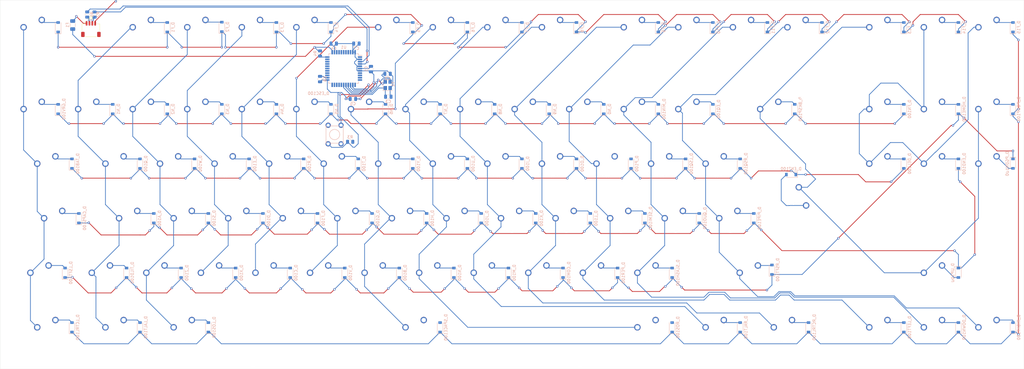
<source format=kicad_pcb>
(kicad_pcb (version 20221018) (generator pcbnew)
  (layers (0 "F.Cu" signal) (31 "B.Cu" signal) (34 "B.Paste" user) (35 "F.Paste" user) (36 "B.SilkS" user "B.Silkscreen") (37 "F.SilkS" user "F.Silkscreen") (38 "B.Mask" user) (39 "F.Mask" user) (44 "Edge.Cuts" user))
  (net 0 "")
  (net 1 "+5V")
  (net 2 "Net-(U1-UCAP)")
  (net 3 "Net-(U1-XTAL2)")
  (net 4 "Net-(U1-XTAL1)")
  (net 5 "Net-(D_A100-A)")
  (net 6 "ROW3")
  (net 7 "Net-(D_B100-A)")
  (net 8 "ROW4")
  (net 9 "Net-(D_BKSP100-A)")
  (net 10 "ROW1")
  (net 11 "Net-(D_C100-A)")
  (net 12 "Net-(D_CAPS100-A)")
  (net 13 "Net-(D_COM100-A)")
  (net 14 "Net-(D_D100-A)")
  (net 15 "Net-(D_DEL100-A)")
  (net 16 "ROW2")
  (net 17 "Net-(D_DOWN100-A)")
  (net 18 "ROW5")
  (net 19 "Net-(D_E100-A)")
  (net 20 "Net-(D_END100-A)")
  (net 21 "Net-(D_ENT100-A)")
  (net 22 "Net-(D_EQ100-A)")
  (net 23 "Net-(D_ESC100-A)")
  (net 24 "ROW0")
  (net 25 "Net-(D_F1-A)")
  (net 26 "Net-(D_F2-A)")
  (net 27 "Net-(D_F3-A)")
  (net 28 "Net-(D_F4-A)")
  (net 29 "Net-(D_F5-A)")
  (net 30 "Net-(D_F6-A)")
  (net 31 "Net-(D_F7-A)")
  (net 32 "Net-(D_F8-A)")
  (net 33 "Net-(D_F9-A)")
  (net 34 "Net-(D_F10-A)")
  (net 35 "Net-(D_F11-A)")
  (net 36 "Net-(D_F12-A)")
  (net 37 "Net-(D_F13-A)")
  (net 38 "Net-(D_F14-A)")
  (net 39 "Net-(D_F15-A)")
  (net 40 "Net-(D_F100-A)")
  (net 41 "Net-(D_FN100-A)")
  (net 42 "Net-(D_G100-A)")
  (net 43 "Net-(D_GRV100-A)")
  (net 44 "Net-(D_H100-A)")
  (net 45 "Net-(D_HOME100-A)")
  (net 46 "Net-(D_I100-A)")
  (net 47 "Net-(D_J100-A)")
  (net 48 "Net-(D_K100-A)")
  (net 49 "Net-(D_L100-A)")
  (net 50 "Net-(D_LALT100-A)")
  (net 51 "Net-(D_LCTRL100-A)")
  (net 52 "Net-(D_LEFT100-A)")
  (net 53 "Net-(D_LOS100-A)")
  (net 54 "Net-(D_LSFT100-A)")
  (net 55 "Net-(D_LSQ100-A)")
  (net 56 "Net-(D_M100-A)")
  (net 57 "Net-(D_MIN100-A)")
  (net 58 "Net-(D_N0-A)")
  (net 59 "Net-(D_N1-A)")
  (net 60 "Net-(D_N2-A)")
  (net 61 "Net-(D_N3-A)")
  (net 62 "Net-(D_N4-A)")
  (net 63 "Net-(D_N5-A)")
  (net 64 "Net-(D_N6-A)")
  (net 65 "Net-(D_N7-A)")
  (net 66 "Net-(D_N8-A)")
  (net 67 "Net-(D_N9-A)")
  (net 68 "Net-(D_N100-A)")
  (net 69 "Net-(D_O100-A)")
  (net 70 "Net-(D_P100-A)")
  (net 71 "Net-(D_PER100-A)")
  (net 72 "Net-(D_PGDN100-A)")
  (net 73 "Net-(D_PGUP100-A)")
  (net 74 "Net-(D_PIPE100-A)")
  (net 75 "Net-(D_Q100-A)")
  (net 76 "Net-(D_QUO100-A)")
  (net 77 "Net-(D_R100-A)")
  (net 78 "Net-(D_RALT100-A)")
  (net 79 "Net-(D_RCTRL100-A)")
  (net 80 "Net-(D_RIGHT100-A)")
  (net 81 "Net-(D_ROS100-A)")
  (net 82 "Net-(D_RSFT100-A)")
  (net 83 "Net-(D_RSQ100-A)")
  (net 84 "Net-(D_S100-A)")
  (net 85 "Net-(D_SEMI100-A)")
  (net 86 "Net-(D_SLASH100-A)")
  (net 87 "Net-(D_SPACE100-A)")
  (net 88 "Net-(D_T100-A)")
  (net 89 "Net-(D_TAB100-A)")
  (net 90 "Net-(D_TILD100-A)")
  (net 91 "Net-(D_U100-A)")
  (net 92 "Net-(D_UP100-A)")
  (net 93 "Net-(D_V100-A)")
  (net 94 "Net-(D_W100-A)")
  (net 95 "Net-(D_X100-A)")
  (net 96 "Net-(D_Y100-A)")
  (net 97 "Net-(D_Z100-A)")
  (net 98 "VCC")
  (net 99 "COL1")
  (net 100 "COL6")
  (net 101 "COL13")
  (net 102 "COL4")
  (net 103 "COL0")
  (net 104 "COL9")
  (net 105 "COL3")
  (net 106 "COL14")
  (net 107 "COL11")
  (net 108 "COL12")
  (net 109 "COL2")
  (net 110 "COL5")
  (net 111 "COL7")
  (net 112 "COL8")
  (net 113 "COL10")
  (net 114 "GND")
  (net 115 "D-")
  (net 116 "D+")
  (net 117 "Net-(U1-D-)")
  (net 118 "Net-(U1-D+)")
  (net 119 "Net-(U1-~{RESET})")
  (net 120 "Net-(U1-~{HWB}{slash}PE2)")
  (footprint "MX_Only:MXOnly-1U-NoLED" (layer "F.Cu") (at 42.8625 76.2)
    (fp_text reference "MX_A100")
    (fp_text value "MX-NoLED")
  )
  (footprint "MX_Only:MXOnly-1U-NoLED" (layer "F.Cu") (at 128.5875 95.25)
    (fp_text reference "MX_B100")
    (fp_text value "MX-NoLED")
  )
  (footprint "MX_Only:MXOnly-2U-NoLED" (layer "F.Cu") (at 266.7 38.1)
    (fp_text reference "MX_BKSP100")
    (fp_text value "MX-NoLED")
  )
  (footprint "MX_Only:MXOnly-1U-NoLED" (layer "F.Cu") (at 90.4875 95.25)
    (fp_text reference "MX_C100")
    (fp_text value "MX-NoLED")
  )
  (footprint "MX_Only:MXOnly-1.75U-NoLED" (layer "F.Cu") (at 16.66875 76.2)
    (fp_text reference "MX_CAPS100")
    (fp_text value "MX-NoLED")
  )
  (footprint "MX_Only:MXOnly-1U-NoLED" (layer "F.Cu") (at 185.7375 95.25)
    (fp_text reference "MX_COM100")
    (fp_text value "MX-NoLED")
  )
  (footprint "MX_Only:MXOnly-1U-NoLED" (layer "F.Cu") (at 80.9625 76.2)
    (fp_text reference "MX_D100")
    (fp_text value "MX-NoLED")
  )
  (footprint "MX_Only:MXOnly-1U-NoLED" (layer "F.Cu") (at 304.8 57.15)
    (fp_text reference "MX_DEL100")
    (fp_text value "MX-NoLED")
  )
  (footprint "MX_Only:MXOnly-1U-NoLED" (layer "F.Cu") (at 323.85 114.3)
    (fp_text reference "MX_DOWN100")
    (fp_text value "MX-NoLED")
  )
  (footprint "MX_Only:MXOnly-1U-NoLED" (layer "F.Cu") (at 76.2 57.15)
    (fp_text reference "MX_E100")
    (fp_text value "MX-NoLED")
  )
  (footprint "MX_Only:MXOnly-1U-NoLED" (layer "F.Cu") (at 323.85 57.15)
    (fp_text reference "MX_END100")
    (fp_text value "MX-NoLED")
  )
  (footprint "MX_Only:MXOnly-ISO-ROTATED-NoLED" (layer "F.Cu") (at 273.84375 66.675)
    (fp_text reference "MX_ENT100")
    (fp_text value "MX-ISO-ENT")
  )
  (footprint "MX_Only:MXOnly-1U-NoLED" (layer "F.Cu") (at 238.125 38.1)
    (fp_text reference "MX_EQ100")
    (fp_text value "MX-NoLED")
  )
  (footprint "MX_Only:MXOnly-1U-NoLED" (layer "F.Cu") (at 9.525 9.525)
    (fp_text reference "MX_ESC100")
    (fp_text value "MX-NoLED")
  )
  (footprint "MX_Only:MXOnly-1U-NoLED" (layer "F.Cu") (at 47.625 9.525)
    (fp_text reference "MX_F1")
    (fp_text value "MX-NoLED")
  )
  (footprint "MX_Only:MXOnly-1U-NoLED" (layer "F.Cu") (at 66.675 9.525)
    (fp_text reference "MX_F2")
    (fp_text value "MX-NoLED")
  )
  (footprint "MX_Only:MXOnly-1U-NoLED" (layer "F.Cu") (at 85.725 9.525)
    (fp_text reference "MX_F3")
    (fp_text value "MX-NoLED")
  )
  (footprint "MX_Only:MXOnly-1U-NoLED" (layer "F.Cu") (at 104.775 9.525)
    (fp_text reference "MX_F4")
    (fp_text value "MX-NoLED")
  )
  (footprint "MX_Only:MXOnly-1U-NoLED" (layer "F.Cu") (at 133.35 9.525)
    (fp_text reference "MX_F5")
    (fp_text value "MX-NoLED")
  )
  (footprint "MX_Only:MXOnly-1U-NoLED" (layer "F.Cu") (at 152.4 9.525)
    (fp_text reference "MX_F6")
    (fp_text value "MX-NoLED")
  )
  (footprint "MX_Only:MXOnly-1U-NoLED" (layer "F.Cu") (at 171.45 9.525)
    (fp_text reference "MX_F7")
    (fp_text value "MX-NoLED")
  )
  (footprint "MX_Only:MXOnly-1U-NoLED" (layer "F.Cu") (at 190.5 9.525)
    (fp_text reference "MX_F8")
    (fp_text value "MX-NoLED")
  )
  (footprint "MX_Only:MXOnly-1U-NoLED" (layer "F.Cu") (at 219.075 9.525)
    (fp_text reference "MX_F9")
    (fp_text value "MX-NoLED")
  )
  (footprint "MX_Only:MXOnly-1U-NoLED" (layer "F.Cu") (at 238.125 9.525)
    (fp_text reference "MX_F10")
    (fp_text value "MX-NoLED")
  )
  (footprint "MX_Only:MXOnly-1U-NoLED" (layer "F.Cu") (at 257.175 9.525)
    (fp_text reference "MX_F11")
    (fp_text value "MX-NoLED")
  )
  (footprint "MX_Only:MXOnly-1U-NoLED" (layer "F.Cu") (at 276.225 9.525)
    (fp_text reference "MX_F12")
    (fp_text value "MX-NoLED")
  )
  (footprint "MX_Only:MXOnly-1U-NoLED" (layer "F.Cu") (at 304.8 9.525)
    (fp_text reference "MX_F13")
    (fp_text value "MX-NoLED")
  )
  (footprint "MX_Only:MXOnly-1U-NoLED" (layer "F.Cu") (at 323.85 9.525)
    (fp_text reference "MX_F14")
    (fp_text value "MX-NoLED")
  )
  (footprint "MX_Only:MXOnly-1U-NoLED" (layer "F.Cu") (at 342.9 9.525)
    (fp_text reference "MX_F15")
    (fp_text value "MX-NoLED")
  )
  (footprint "MX_Only:MXOnly-1U-NoLED" (layer "F.Cu") (at 100.0125 76.2)
    (fp_text reference "MX_F100")
    (fp_text value "MX-NoLED")
  )
  (footprint "MX_Only:MXOnly-1U-NoLED" (layer "F.Cu") (at 304.8 38.1)
    (fp_text reference "MX_FN100")
    (fp_text value "MX-NoLED")
  )
  (footprint "MX_Only:MXOnly-1U-NoLED" (layer "F.Cu") (at 119.0625 76.2)
    (fp_text reference "MX_G100")
    (fp_text value "MX-NoLED")
  )
  (footprint "MX_Only:MXOnly-1U-NoLED" (layer "F.Cu") (at 9.525 38.1)
    (fp_text reference "MX_GRV100")
    (fp_text value "MX-NoLED")
  )
  (footprint "MX_Only:MXOnly-1U-NoLED" (layer "F.Cu") (at 138.1125 76.2)
    (fp_text reference "MX_H100")
    (fp_text value "MX-NoLED")
  )
  (footprint "MX_Only:MXOnly-1U-NoLED" (layer "F.Cu") (at 323.85 38.1)
    (fp_text reference "MX_HOME100")
    (fp_text value "MX-NoLED")
  )
  (footprint "MX_Only:MXOnly-1U-NoLED" (layer "F.Cu") (at 171.45 57.15)
    (fp_text reference "MX_I100")
    (fp_text value "MX-NoLED")
  )
  (footprint "MX_Only:MXOnly-1U-NoLED" (layer "F.Cu") (at 157.1625 76.2)
    (fp_text reference "MX_J100")
    (fp_text value "MX-NoLED")
  )
  (footprint "MX_Only:MXOnly-1U-NoLED" (layer "F.Cu") (at 176.2125 76.2)
    (fp_text reference "MX_K100")
    (fp_text value "MX-NoLED")
  )
  (footprint "MX_Only:MXOnly-1U-NoLED" (layer "F.Cu") (at 195.2625 76.2)
    (fp_text reference "MX_L100")
    (fp_text value "MX-NoLED")
  )
  (footprint "MX_Only:MXOnly-1U-NoLED" (layer "F.Cu") (at 38.1 114.3)
    (fp_text reference "MX_LALT100")
    (fp_text value "MX-NoLED")
  )
  (footprint "MX_Only:MXOnly-1U-NoLED" (layer "F.Cu") (at 304.8 114.3)
    (fp_text reference "MX_LEFT100")
    (fp_text value "MX-NoLED")
  )
  (footprint "MX_Only:MXOnly-1.5U-NoLED" (layer "F.Cu") (at 61.9125 114.3)
    (fp_text reference "MX_LOS100")
    (fp_text value "MX-NoLED")
  )
  (footprint "MX_Only:MXOnly-1.25U-NoLED" (layer "F.Cu") (at 11.90625 95.25)
    (fp_text reference "MX_LSFT100")
    (fp_text value "MX-NoLED")
  )
  (footprint "MX_Only:MXOnly-1U-NoLED" (layer "F.Cu") (at 228.6 57.15)
    (fp_text reference "MX_LSQ100")
    (fp_text value "MX-NoLED")
  )
  (footprint "MX_Only:MXOnly-1U-NoLED" (layer "F.Cu") (at 166.6875 95.25)
    (fp_text reference "MX_M100")
    (fp_text value "MX-NoLED")
  )
  (footprint "MX_Only:MXOnly-1U-NoLED" (layer "F.Cu") (at 219.075 38.1)
    (fp_text reference "MX_MIN100")
    (fp_text value "MX-NoLED")
  )
  (footprint "MX_Only:MXOnly-1U-NoLED" (layer "F.Cu") (at 200.025 38.1)
    (fp_text reference "MX_N0")
    (fp_text value "MX-NoLED")
  )
  (footprint "MX_Only:MXOnly-1U-NoLED" (layer "F.Cu") (at 28.575 38.1)
    (fp_text reference "MX_N1")
    (fp_text value "MX-NoLED")
  )
  (footprint "MX_Only:MXOnly-1U-NoLED" (layer "F.Cu") (at 66.675 38.1)
    (fp_text reference "MX_N3")
    (fp_text value "MX-NoLED")
  )
  (footprint "MX_Only:MXOnly-1U-NoLED" (layer "F.Cu") (at 85.725 38.1)
    (fp_text reference "MX_N4")
    (fp_text value "MX-NoLED")
  )
  (footprint "MX_Only:MXOnly-1U-NoLED" (layer "F.Cu") (at 104.775 38.1)
    (fp_text reference "MX_N5")
    (fp_text value "MX-NoLED")
  )
  (footprint "MX_Only:MXOnly-1U-NoLED" (layer "F.Cu") (at 123.825 38.1)
    (fp_text reference "MX_N6")
    (fp_text value "MX-NoLED")
  )
  (footprint "MX_Only:MXOnly-1U-NoLED" (layer "F.Cu") (at 142.875 38.1)
    (fp_text reference "MX_N7")
    (fp_text value "MX-NoLED")
  )
  (footprint "MX_Only:MXOnly-1U-NoLED" (layer "F.Cu") (at 161.925 38.1)
    (fp_text reference "MX_N8")
    (fp_text value "MX-NoLED")
  )
  (footprint "MX_Only:MXOnly-1U-NoLED" (layer "F.Cu") (at 180.975 38.1)
    (fp_text reference "MX_N9")
    (fp_text value "MX-NoLED")
  )
  (footprint "MX_Only:MXOnly-1U-NoLED" (layer "F.Cu") (at 147.6375 95.25)
    (fp_text reference "MX_N100")
    (fp_text value "MX-NoLED")
  )
  (footprint "MX_Only:MXOnly-1U-NoLED" (layer "F.Cu") (at 190.5 57.15)
    (fp_text reference "MX_O100")
    (fp_text value "MX-NoLED")
  )
  (footprint "MX_Only:MXOnly-1U-NoLED" (layer "F.Cu") (at 209.55 57.15)
    (fp_text reference "MX_P100")
    (fp_text value "MX-NoLED")
  )
  (footprint "MX_Only:MXOnly-1U-NoLED" (layer "F.Cu") (at 204.7875 95.25)
    (fp_text reference "MX_PER100")
    (fp_text value "MX-NoLED")
  )
  (footprint "MX_Only:MXOnly-1U-NoLED" (layer "F.Cu") (at 342.9 57.15)
    (fp_text reference "MX_PGDN100")
    (fp_text value "MX-NoLED")
  )
  (footprint "MX_Only:MXOnly-1U-NoLED" (layer "F.Cu") (at 342.9 38.1)
    (fp_text reference "MX_PGUP100")
    (fp_text value "MX-NoLED")
  )
  (footprint "MX_Only:MXOnly-1U-NoLED" (layer "F.Cu") (at 252.4125 76.2)
    (fp_text reference "MX_PIPE100")
    (fp_text value "MX-NoLED")
  )
  (footprint "MX_Only:MXOnly-1U-NoLED" (layer "F.Cu") (at 38.1 57.15)
    (fp_text reference "MX_Q100")
    (fp_text value "MX-NoLED")
  )
  (footprint "MX_Only:MXOnly-1U-NoLED" (layer "F.Cu") (at 233.3625 76.2)
    (fp_text reference "MX_QUO100")
    (fp_text value "MX-NoLED")
  )
  (footprint "MX_Only:MXOnly-1U-NoLED" (layer "F.Cu") (at 95.25 57.15)
    (fp_text reference "MX_R100")
    (fp_text value "MX-NoLED")
  )
  (footprint "MX_Only:MXOnly-1U-NoLED" (layer "F.Cu") (at 247.65 114.3)
    (fp_text reference "MX_RALT100")
    (fp_text value "MX-NoLED")
  )
  (footprint "MX_Only:MXOnly-1.5U-NoLED" (layer "F.Cu") (at 271.4625 114.3)
    (fp_text reference "MX_RCTRL100")
    (fp_text value "MX-NoLED")
  )
  (footprint "MX_Only:MXOnly-1U-NoLED" (layer "F.Cu") (at 342.9 114.3)
    (fp_text reference "MX_RIGHT100")
    (fp_text value "MX-NoLED")
  )
  (footprint "MX_Only:MXOnly-1.5U-NoLED" (layer "F.Cu") (at 223.8375 114.3)
    (fp_text reference "MX_ROS100")
    (fp_text value "MX-NoLED")
  )
  (footprint "MX_Only:MXOnly-2.75U-NoLED" (layer "F.Cu") (at 259.55625 95.25)
    (fp_text reference "MX_RSFT100")
    (fp_text value "MX-NoLED")
  )
  (footprint "MX_Only:MXOnly-1U-NoLED" (layer "F.Cu") (at 61.9125 76.2)
    (fp_text reference "MX_S100")
    (fp_text value "MX-NoLED")
  )
  (footprint "MX_Only:MXOnly-1U-NoLED" (layer "F.Cu") (at 214.3125 76.2)
    (fp_text reference "MX_SEMI100")
    (fp_text value "MX-NoLED")
  )
  (footprint "MX_Only:MXOnly-1U-NoLED" (layer "F.Cu") (at 223.8375 95.25)
    (fp_text reference "MX_SLASH100")
    (fp_text value "MX-NoLED")
  )
  (footprint "MX_Only:MXOnly-7U-NoLED" (layer "F.Cu") (at 142.875 114.3)
    (fp_text reference "MX_SPACE100")
    (fp_text value "MX-NoLED")
  )
  (footprint "MX_Only:MXOnly-1U-NoLED" (layer "F.Cu") (at 114.3 57.15)
    (fp_text reference "MX_T100")
    (fp_text value "MX-NoLED")
  )
  (footprint "MX_Only:MXOnly-1U-NoLED" (layer "F.Cu") (at 33.3375 95.25)
    (fp_text reference "MX_TILD100")
    (fp_text value "MX-NoLED")
  )
  (footprint "MX_Only:MXOnly-1U-NoLED" (layer "F.Cu") (at 152.4 57.15)
    (fp_text reference "MX_U100")
    (fp_text value "MX-NoLED")
  )
  (footprint "MX_Only:MXOnly-1U-NoLED" (layer "F.Cu") (at 323.85 95.25)
    (fp_text reference "MX_UP100")
    (fp_text value "MX-NoLED")
  )
  (footprint "MX_Only:MXOnly-1U-NoLED" (layer "F.Cu") (at 109.5375 95.25)
    (fp_text reference "MX_V100")
    (fp_text value "MX-NoLED")
  )
  (footprint "MX_Only:MXOnly-1U-NoLED" (layer "F.Cu") (at 57.15 57.15)
    (fp_text reference "MX_W100")
    (fp_text value "MX-NoLED")
  )
  (footprint "MX_Only:MXOnly-1U-NoLED" (layer "F.Cu") (at 71.4375 95.25)
    (fp_text reference "MX_X100")
    (fp_text value "MX-NoLED")
  )
  (footprint "MX_Only:MXOnly-1U-NoLED" (layer "F.Cu") (at 133.35 57.15)
    (fp_text reference "MX_Y100")
    (fp_text value "MX-NoLED")
  )
  (footprint "MX_Only:MXOnly-1U-NoLED" (layer "F.Cu") (at 52.3875 95.25)
    (fp_text reference "MX_Z100")
    (fp_text value "MX-NoLED")
  )
  (footprint "MX_Only:MXOnly-1.5U-NoLED" (layer "F.Cu") (at 14.2875 57.15)
    (fp_text reference "MX_TAB100")
    (fp_text value "MX-NoLED")
  )
  (footprint "MX_Only:MXOnly-1.5U-NoLED" (layer "F.Cu") (at 14.2875 114.3)
    (fp_text reference "MX_LCTRL100")
    (fp_text value "MX-NoLED")
  )
  (footprint "MX_Only:MXOnly-1U-NoLED" (layer "F.Cu") (at 47.625 38.1)
    (fp_text reference "MX_N2")
    (fp_text value "MX-NoLED")
  )
  (footprint "MX_Only:MXOnly-1U-NoLED" (layer "F.Cu") (at 247.65 57.15)
    (fp_text reference "MX_RSQ100")
    (fp_text value "MX-NoLED")
  )
  (footprint "Connector_JST:JST_SH_SM04B-SRSS-TB_1x04-1MP_P1.00mm_Horizontal" (layer "F.Cu") (at 29.21 7.62)
    (fp_text reference "J1")
    (fp_text value "Conn_01x04_Socket")
  )
  (footprint "Capacitor_SMD:C_0805_2012Metric" (layer "B.Cu") (at 127 21.59 -90)
    (fp_text reference "C1")
    (fp_text value "1uF")
  )
  (footprint "Capacitor_SMD:C_0805_2012Metric" (layer "B.Cu") (at 132.8 23.25)
    (fp_text reference "C2")
    (fp_text value "22pF")
  )
  (footprint "Capacitor_SMD:C_0805_2012Metric" (layer "B.Cu") (at 133.05 31.25)
    (fp_text reference "C3")
    (fp_text value "22pF")
  )
  (footprint "Capacitor_SMD:C_0805_2012Metric" (layer "B.Cu") (at 113.98 12.7)
    (fp_text reference "C4")
    (fp_text value "0.1uF")
  )
  (footprint "Capacitor_SMD:C_0805_2012Metric" (layer "B.Cu") (at 120.7 32)
    (fp_text reference "C5")
    (fp_text value "0.1uF")
  )
  (footprint "Capacitor_SMD:C_0805_2012Metric" (layer "B.Cu") (at 109.22 25.08 90)
    (fp_text reference "C6")
    (fp_text value "0.1uF")
  )
  (footprint "Capacitor_SMD:C_0805_2012Metric" (layer "B.Cu") (at 121.92 12.7)
    (fp_text reference "C7")
    (fp_text value "0.1uF")
  )
  (footprint "Diode_SMD:D_SOD-123" (layer "B.Cu") (at 51.181 73.659 90)
    (fp_text reference "D_A100")
    (fp_text value "D_Small")
  )
  (footprint "Diode_SMD:D_SOD-123" (layer "B.Cu") (at 136.906 92.709 90)
    (fp_text reference "D_B100")
    (fp_text value "D_Small")
  )
  (footprint "Diode_SMD:D_SOD-123" (layer "B.Cu") (at 274.955 35.559 90)
    (fp_text reference "D_BKSP100")
    (fp_text value "D_Small")
  )
  (footprint "Diode_SMD:D_SOD-123" (layer "B.Cu") (at 98.806 92.709 90)
    (fp_text reference "D_C100")
    (fp_text value "D_Small")
  )
  (footprint "Diode_SMD:D_SOD-123" (layer "B.Cu") (at 25.019 73.659 90)
    (fp_text reference "D_CAPS100")
    (fp_text value "D_Small")
  )
  (footprint "Diode_SMD:D_SOD-123" (layer "B.Cu") (at 194.056 92.709 90)
    (fp_text reference "D_COM100")
    (fp_text value "D_Small")
  )
  (footprint "Diode_SMD:D_SOD-123" (layer "B.Cu") (at 89.281 73.659 90)
    (fp_text reference "D_D100")
    (fp_text value "D_Small")
  )
  (footprint "Diode_SMD:D_SOD-123" (layer "B.Cu") (at 313.055 54.609 90)
    (fp_text reference "D_DEL100")
    (fp_text value "D_Small")
  )
  (footprint "Diode_SMD:D_SOD-123" (layer "B.Cu") (at 332.105 111.759 90)
    (fp_text reference "D_DOWN100")
    (fp_text value "D_Small")
  )
  (footprint "Diode_SMD:D_SOD-123" (layer "B.Cu") (at 84.455 54.609 90)
    (fp_text reference "D_E100")
    (fp_text value "D_Small")
  )
  (footprint "Diode_SMD:D_SOD-123" (layer "B.Cu") (at 332.105 54.609 90)
    (fp_text reference "D_END100")
    (fp_text value "D_Small")
  )
  (footprint "Diode_SMD:D_SOD-123" (layer "B.Cu") (at 273.684 58.42 180)
    (fp_text reference "D_ENT100")
    (fp_text value "D_Small")
  )
  (footprint "Diode_SMD:D_SOD-123" (layer "B.Cu") (at 246.38 35.559 90)
    (fp_text reference "D_EQ100")
    (fp_text value "D_Small")
  )
  (footprint "Diode_SMD:D_SOD-123" (layer "B.Cu") (at 55.88 6.984 90)
    (fp_text reference "D_F1")
    (fp_text value "D_Small")
  )
  (footprint "Diode_SMD:D_SOD-123" (layer "B.Cu") (at 74.93 6.857 90)
    (fp_text reference "D_F2")
    (fp_text value "D_Small")
  )
  (footprint "Diode_SMD:D_SOD-123" (layer "B.Cu") (at 93.98 6.984 90)
    (fp_text reference "D_F3")
    (fp_text value "D_Small")
  )
  (footprint "Diode_SMD:D_SOD-123" (layer "B.Cu") (at 113.03 6.984 90)
    (fp_text reference "D_F4")
    (fp_text value "D_Small")
  )
  (footprint "Diode_SMD:D_SOD-123" (layer "B.Cu") (at 141.605 6.984 90)
    (fp_text reference "D_F5")
    (fp_text value "D_Small")
  )
  (footprint "Diode_SMD:D_SOD-123" (layer "B.Cu") (at 160.655 6.984 90)
    (fp_text reference "D_F6")
    (fp_text value "D_Small")
  )
  (footprint "Diode_SMD:D_SOD-123" (layer "B.Cu") (at 179.705 6.984 90)
    (fp_text reference "D_F7")
    (fp_text value "D_Small")
  )
  (footprint "Diode_SMD:D_SOD-123" (layer "B.Cu") (at 198.755 6.984 90)
    (fp_text reference "D_F8")
    (fp_text value "D_Small")
  )
  (footprint "Diode_SMD:D_SOD-123" (layer "B.Cu") (at 227.33 6.984 90)
    (fp_text reference "D_F9")
    (fp_text value "D_Small")
  )
  (footprint "Diode_SMD:D_SOD-123" (layer "B.Cu") (at 246.38 6.984 90)
    (fp_text reference "D_F10")
    (fp_text value "D_Small")
  )
  (footprint "Diode_SMD:D_SOD-123" (layer "B.Cu") (at 265.43 6.984 90)
    (fp_text reference "D_F11")
    (fp_text value "D_Small")
  )
  (footprint "Diode_SMD:D_SOD-123" (layer "B.Cu") (at 284.48 6.984 90)
    (fp_text reference "D_F12")
    (fp_text value "D_Small")
  )
  (footprint "Diode_SMD:D_SOD-123" (layer "B.Cu") (at 313.055 6.984 90)
    (fp_text reference "D_F13")
    (fp_text value "D_Small")
  )
  (footprint "Diode_SMD:D_SOD-123" (layer "B.Cu") (at 332.105 6.984 90)
    (fp_text reference "D_F14")
    (fp_text value "D_Small")
  )
  (footprint "Diode_SMD:D_SOD-123" (layer "B.Cu") (at 351.155 6.984 90)
    (fp_text reference "D_F15")
    (fp_text value "D_Small")
  )
  (footprint "Diode_SMD:D_SOD-123" (layer "B.Cu") (at 108.331 73.661 90)
    (fp_text reference "D_F100")
    (fp_text value "D_Small")
  )
  (footprint "Diode_SMD:D_SOD-123" (layer "B.Cu") (at 313.055 35.559 90)
    (fp_text reference "D_FN100")
    (fp_text value "D_Small")
  )
  (footprint "Diode_SMD:D_SOD-123" (layer "B.Cu") (at 127.381 73.659 90)
    (fp_text reference "D_G100")
    (fp_text value "D_Small")
  )
  (footprint "Diode_SMD:D_SOD-123" (layer "B.Cu") (at 17.78 35.559 90)
    (fp_text reference "D_GRV100")
    (fp_text value "D_Small")
  )
  (footprint "Diode_SMD:D_SOD-123" (layer "B.Cu") (at 146.431 73.659 90)
    (fp_text reference "D_H100")
    (fp_text value "D_Small")
  )
  (footprint "Diode_SMD:D_SOD-123" (layer "B.Cu") (at 332.105 35.559 90)
    (fp_text reference "D_HOME100")
    (fp_text value "D_Small")
  )
  (footprint "Diode_SMD:D_SOD-123" (layer "B.Cu") (at 179.705 54.61 90)
    (fp_text reference "D_I100")
    (fp_text value "D_Small")
  )
  (footprint "Diode_SMD:D_SOD-123" (layer "B.Cu") (at 165.481 73.66 90)
    (fp_text reference "D_J100")
    (fp_text value "D_Small")
  )
  (footprint "Diode_SMD:D_SOD-123" (layer "B.Cu") (at 184.531 73.659 90)
    (fp_text reference "D_K100")
    (fp_text value "D_Small")
  )
  (footprint "Diode_SMD:D_SOD-123" (layer "B.Cu") (at 203.581 73.66 90)
    (fp_text reference "D_L100")
    (fp_text value "D_Small")
  )
  (footprint "Diode_SMD:D_SOD-123" (layer "B.Cu") (at 46.355 111.759 90)
    (fp_text reference "D_LALT100")
    (fp_text value "D_Small")
  )
  (footprint "Diode_SMD:D_SOD-123" (layer "B.Cu") (at 22.606 111.759 90)
    (fp_text reference "D_LCTRL100")
    (fp_text value "D_Small")
  )
  (footprint "Diode_SMD:D_SOD-123" (layer "B.Cu") (at 313.055 111.759 90)
    (fp_text reference "D_LEFT100")
    (fp_text value "D_Small")
  )
  (footprint "Diode_SMD:D_SOD-123" (layer "B.Cu") (at 70.231 111.759 90)
    (fp_text reference "D_LOS100")
    (fp_text value "D_Small")
  )
  (footprint "Diode_SMD:D_SOD-123" (layer "B.Cu") (at 20.193 92.709 90)
    (fp_text reference "D_LSFT100")
    (fp_text value "D_Small")
  )
  (footprint "Diode_SMD:D_SOD-123" (layer "B.Cu") (at 236.855 54.609 90)
    (fp_text reference "D_LSQ100")
    (fp_text value "D_Small")
  )
  (footprint "Diode_SMD:D_SOD-123" (layer "B.Cu") (at 175.006 92.709 90)
    (fp_text reference "D_M100")
    (fp_text value "D_Small")
  )
  (footprint "Diode_SMD:D_SOD-123" (layer "B.Cu") (at 227.33 35.559 90)
    (fp_text reference "D_MIN100")
    (fp_text value "D_Small")
  )
  (footprint "Diode_SMD:D_SOD-123" (layer "B.Cu") (at 208.28 35.559 90)
    (fp_text reference "D_N0")
    (fp_text value "D_Small")
  )
  (footprint "Diode_SMD:D_SOD-123" (layer "B.Cu") (at 36.83 35.559 90)
    (fp_text reference "D_N1")
    (fp_text value "D_Small")
  )
  (footprint "Diode_SMD:D_SOD-123" (layer "B.Cu") (at 55.88 35.559 90)
    (fp_text reference "D_N2")
    (fp_text value "D_Small")
  )
  (footprint "Diode_SMD:D_SOD-123" (layer "B.Cu") (at 74.93 35.559 90)
    (fp_text reference "D_N3")
    (fp_text value "D_Small")
  )
  (footprint "Diode_SMD:D_SOD-123" (layer "B.Cu") (at 93.98 35.559 90)
    (fp_text reference "D_N4")
    (fp_text value "D_Small")
  )
  (footprint "Diode_SMD:D_SOD-123" (layer "B.Cu") (at 113.03 35.559 90)
    (fp_text reference "D_N5")
    (fp_text value "D_Small")
  )
  (footprint "Diode_SMD:D_SOD-123" (layer "B.Cu") (at 132.08 35.559 90)
    (fp_text reference "D_N6")
    (fp_text value "D_Small")
  )
  (footprint "Diode_SMD:D_SOD-123" (layer "B.Cu") (at 151.13 35.559 90)
    (fp_text reference "D_N7")
    (fp_text value "D_Small")
  )
  (footprint "Diode_SMD:D_SOD-123" (layer "B.Cu") (at 170.18 35.559 90)
    (fp_text reference "D_N8")
    (fp_text value "D_Small")
  )
  (footprint "Diode_SMD:D_SOD-123" (layer "B.Cu") (at 189.23 35.559 90)
    (fp_text reference "D_N9")
    (fp_text value "D_Small")
  )
  (footprint "Diode_SMD:D_SOD-123" (layer "B.Cu") (at 155.956 92.709 90)
    (fp_text reference "D_N100")
    (fp_text value "D_Small")
  )
  (footprint "Diode_SMD:D_SOD-123" (layer "B.Cu") (at 198.755 54.609 90)
    (fp_text reference "D_O100")
    (fp_text value "D_Small")
  )
  (footprint "Diode_SMD:D_SOD-123" (layer "B.Cu") (at 217.805 54.609 90)
    (fp_text reference "D_P100")
    (fp_text value "D_Small")
  )
  (footprint "Diode_SMD:D_SOD-123" (layer "B.Cu") (at 213.106 92.709 90)
    (fp_text reference "D_PER100")
    (fp_text value "D_Small")
  )
  (footprint "Diode_SMD:D_SOD-123" (layer "B.Cu") (at 351.155 54.609 -90)
    (fp_text reference "D_PGDN100")
    (fp_text value "D_Small")
  )
  (footprint "Diode_SMD:D_SOD-123" (layer "B.Cu") (at 351.155 35.559 90)
    (fp_text reference "D_PGUP100")
    (fp_text value "D_Small")
  )
  (footprint "Diode_SMD:D_SOD-123" (layer "B.Cu") (at 260.6675 73.659 90)
    (fp_text reference "D_PIPE100")
    (fp_text value "D_Small")
  )
  (footprint "Diode_SMD:D_SOD-123" (layer "B.Cu") (at 46.355 54.609 90)
    (fp_text reference "D_Q100")
    (fp_text value "D_Small")
  )
  (footprint "Diode_SMD:D_SOD-123" (layer "B.Cu") (at 241.6175 73.659 90)
    (fp_text reference "D_QUO100")
    (fp_text value "D_Small")
  )
  (footprint "Diode_SMD:D_SOD-123" (layer "B.Cu") (at 103.505 54.609 90)
    (fp_text reference "D_R100")
    (fp_text value "D_Small")
  )
  (footprint "Diode_SMD:D_SOD-123" (layer "B.Cu") (at 255.905 111.759 90)
    (fp_text reference "D_RALT100")
    (fp_text value "D_Small")
  )
  (footprint "Diode_SMD:D_SOD-123" (layer "B.Cu") (at 279.781 111.759 90)
    (fp_text reference "D_RCTRL100")
    (fp_text value "D_Small")
  )
  (footprint "Diode_SMD:D_SOD-123" (layer "B.Cu") (at 351.155 111.759 90)
    (fp_text reference "D_RIGHT100")
    (fp_text value "D_Small")
  )
  (footprint "Diode_SMD:D_SOD-123" (layer "B.Cu") (at 232.156 111.759 90)
    (fp_text reference "D_ROS100")
    (fp_text value "D_Small")
  )
  (footprint "Diode_SMD:D_SOD-123" (layer "B.Cu") (at 267 91.65 90)
    (fp_text reference "D_RSFT100")
    (fp_text value "D_Small")
  )
  (footprint "Diode_SMD:D_SOD-123" (layer "B.Cu") (at 255.905 54.611 90)
    (fp_text reference "D_RSQ100")
    (fp_text value "D_Small")
  )
  (footprint "Diode_SMD:D_SOD-123" (layer "B.Cu") (at 70.231 73.659 90)
    (fp_text reference "D_S100")
    (fp_text value "D_Small")
  )
  (footprint "Diode_SMD:D_SOD-123" (layer "B.Cu") (at 222.631 73.659 90)
    (fp_text reference "D_SEMI100")
    (fp_text value "D_Small")
  )
  (footprint "Diode_SMD:D_SOD-123" (layer "B.Cu") (at 232.156 92.709 90)
    (fp_text reference "D_SLASH100")
    (fp_text value "D_Small")
  )
  (footprint "Diode_SMD:D_SOD-123" (layer "B.Cu") (at 151.13 111.759 90)
    (fp_text reference "D_SPACE100")
    (fp_text value "D_Small")
  )
  (footprint "Diode_SMD:D_SOD-123" (layer "B.Cu") (at 122.555 54.609 90)
    (fp_text reference "D_T100")
    (fp_text value "D_Small")
  )
  (footprint "Diode_SMD:D_SOD-123" (layer "B.Cu") (at 22.606 54.609 90)
    (fp_text reference "D_TAB100")
    (fp_text value "D_Small")
  )
  (footprint "Diode_SMD:D_SOD-123" (layer "B.Cu") (at 41.656 92.711 90)
    (fp_text reference "D_TILD100")
    (fp_text value "D_Small")
  )
  (footprint "Diode_SMD:D_SOD-123" (layer "B.Cu") (at 160.655 54.609 90)
    (fp_text reference "D_U100")
    (fp_text value "D_Small")
  )
  (footprint "Diode_SMD:D_SOD-123" (layer "B.Cu") (at 332.105 92.709 -90)
    (fp_text reference "D_UP100")
    (fp_text value "D_Small")
  )
  (footprint "Diode_SMD:D_SOD-123" (layer "B.Cu") (at 117.856 92.709 90)
    (fp_text reference "D_V100")
    (fp_text value "D_Small")
  )
  (footprint "Diode_SMD:D_SOD-123" (layer "B.Cu") (at 65.405 54.609 90)
    (fp_text reference "D_W100")
    (fp_text value "D_Small")
  )
  (footprint "Diode_SMD:D_SOD-123" (layer "B.Cu") (at 79.756 92.71 90)
    (fp_text reference "D_X100")
    (fp_text value "D_Small")
  )
  (footprint "Diode_SMD:D_SOD-123" (layer "B.Cu") (at 141.605 54.609 90)
    (fp_text reference "D_Y100")
    (fp_text value "D_Small")
  )
  (footprint "Diode_SMD:D_SOD-123" (layer "B.Cu") (at 60.706 92.711 90)
    (fp_text reference "D_Z100")
    (fp_text value "D_Small")
  )
  (footprint "Resistor_SMD:R_0805_2012Metric" (layer "B.Cu") (at 27.94 2.54 90)
    (fp_text reference "R1")
    (fp_text value "22")
  )
  (footprint "Resistor_SMD:R_0805_2012Metric" (layer "B.Cu") (at 30.48 2.54 -90)
    (fp_text reference "R2")
    (fp_text value "22")
  )
  (footprint "Resistor_SMD:R_0805_2012Metric" (layer "B.Cu") (at 119.7375 46.99 180)
    (fp_text reference "R3")
    (fp_text value "10k")
  )
  (footprint "Resistor_SMD:R_0805_2012Metric" (layer "B.Cu") (at 109.22 16.1525 -90)
    (fp_text reference "R4")
    (fp_text value "10k")
  )
  (footprint "random-keyboard-parts:PushButton_6x6mm_TH_Pretty" (layer "B.Cu") (at 114.3 44.45 -90)
    (fp_text reference "SW1")
    (fp_text value "SW_PUSH")
  )
  (footprint "Package_QFP:TQFP-44_10x10mm_P0.8mm" (layer "B.Cu") (at 117.46 21.4 180)
    (fp_text reference "U1")
    (fp_text value "ATmega32U4-AU")
  )
  (footprint "Crystal:Crystal_SMD_3225-4Pin_3.2x2.5mm" (layer "B.Cu") (at 132.85 27.1 90)
    (fp_text reference "Y1")
    (fp_text value "16MHz")
  )
  (footprint "Diode_SMD:D_SOD-123" (layer "B.Cu") (at 17.78 6.984 90)
    (fp_text reference "D_ESC100")
    (fp_text value "D_Small")
  )
  (footprint "Fuse:Fuse_1206_3216Metric" (layer "B.Cu") (at 22.86 6.22 -90)
    (fp_text reference "F1")
    (fp_text value "500mA")
  )
  (gr_line (start 355 -2.5) (end -2.5 -2.5) (stroke (width 0.05)) (layer "Edge.Cuts"))
  (gr_line (start -2.5 126.25) (end 355 126.25) (stroke (width 0.05)) (layer "Edge.Cuts"))
  (gr_line (start -2.5 -2.5) (end -2.5 126.25) (stroke (width 0.05)) (layer "Edge.Cuts"))
  (gr_line (start 355 126.25) (end 355 -2.5) (stroke (width 0.05)) (layer "Edge.Cuts"))
  (segment (start 119.25 31) (end 123.25 31) (width 0.25) (layer "F.Cu") (net 1))
  (segment (start 104.14 17.145) (end 107.315 13.97) (width 0.25) (layer "F.Cu") (net 1))
  (segment (start 123.25 31) (end 128 26.25) (width 0.25) (layer "F.Cu") (net 1))
  (segment (start 99.695 17.145) (end 104.14 17.145) (width 0.25) (layer "F.Cu") (net 1))
  (segment (start 129 26.25) (end 123.25 32) (width 0.25) (layer "F.Cu") (net 1))
  (segment (start 30.48 17.145) (end 99.695 17.145) (width 0.25) (layer "F.Cu") (net 1))
  (segment (start 118.25 32) (end 119.25 31) (width 0.25) (layer "F.Cu") (net 1))
  (segment (start 131.106302 26.67) (end 130.81 26.67) (width 0.25) (layer "F.Cu") (net 1))
  (segment (start 130.81 26.67) (end 129.54 25.4) (width 0.25) (layer "F.Cu") (net 1))
  (segment (start 116.765 41.2) (end 116.55 41.2) (width 0.25) (layer "F.Cu") (net 1))
  (via (at 123.25 32) (size 0.8) (drill 0.4) (layers "F.Cu" "B.Cu") (net 1))
  (via (at 129 26.25) (size 0.8) (drill 0.4) (layers "F.Cu" "B.Cu") (net 1))
  (via (at 30.48 17.145) (size 0.8) (drill 0.4) (layers "F.Cu" "B.Cu") (net 1))
  (via (at 128 26.25) (size 0.8) (drill 0.4) (layers "F.Cu" "B.Cu") (net 1))
  (via (at 107.315 13.97) (size 0.8) (drill 0.4) (layers "F.Cu" "B.Cu") (net 1))
  (via (at 118.25 32) (size 0.8) (drill 0.4) (layers "F.Cu" "B.Cu") (net 1))
  (via (at 131.106302 26.67) (size 0.8) (drill 0.4) (layers "F.Cu" "B.Cu") (net 1))
  (via (at 129.54 25.4) (size 0.8) (drill 0.4) (layers "F.Cu" "B.Cu") (net 1))
  (segment (start 122.285 18.2) (end 123.16 18.2) (width 0.25) (layer "B.Cu") (net 1))
  (segment (start 114.93 12.7) (end 114.26 13.37) (width 0.25) (layer "B.Cu") (net 1))
  (segment (start 121.285 19.6) (end 122.285 20.6) (width 0.25) (layer "B.Cu") (net 1))
  (segment (start 121.46 15.7) (end 121.46 17.375) (width 0.25) (layer "B.Cu") (net 1))
  (segment (start 122.285 22.2) (end 123.16 22.2) (width 0.25) (layer "B.Cu") (net 1))
  (segment (start 127 29.5) (end 127 29.25) (width 0.25) (layer "B.Cu") (net 1))
  (segment (start 119.86 27.975) (end 119.86 27.1) (width 0.25) (layer "B.Cu") (net 1))
  (segment (start 134.625 24.125) (end 133.75 23.25) (width 0.25) (layer "B.Cu") (net 1))
  (segment (start 129.54 25.4) (end 129.54 25.71) (width 0.25) (layer "B.Cu") (net 1))
  (segment (start 22.86 7.62) (end 22.86 9.525) (width 0.25) (layer "B.Cu") (net 1))
  (segment (start 126.66 22.2) (end 123.16 22.2) (width 0.25) (layer "B.Cu") (net 1))
  (segment (start 122.085 22) (end 122.285 22.2) (width 0.25) (layer "B.Cu") (net 1))
  (segment (start 123.16 18.2) (end 122.16 18.2) (width 0.25) (layer "B.Cu") (net 1))
  (segment (start 119.75 32) (end 118.25 32) (width 0.25) (layer "B.Cu") (net 1))
  (segment (start 115.48 29.935) (end 115.66 29.755) (width 0.25) (layer "B.Cu") (net 1))
  (segment (start 120.66 15.7) (end 120.66 13.01) (width 0.25) (layer "B.Cu") (net 1))
  (segment (start 134 31.25) (end 133.7 30.95) (width 0.25) (layer "B.Cu") (net 1))
  (segment (start 133.7 30.95) (end 133.7 28.2) (width 0.25) (layer "B.Cu") (net 1))
  (segment (start 114.26 13.37) (end 114.26 15.7) (width 0.25) (layer "B.Cu") (net 1))
  (segment (start 132.7 22.2) (end 127.34 22.2) (width 0.25) (layer "B.Cu") (net 1))
  (segment (start 126.75 29) (end 120.885 29) (width 0.25) (layer "B.Cu") (net 1))
  (segment (start 134.625 27.275) (end 134.625 24.125) (width 0.25) (layer "B.Cu") (net 1))
  (segment (start 133.7 28.2) (end 134.625 27.275) (width 0.25) (layer "B.Cu") (net 1))
  (segment (start 121.46 17.375) (end 122.285 18.2) (width 0.25) (layer "B.Cu") (net 1))
  (segment (start 133.95 27.95) (end 134.05 27.95) (width 0.25) (layer "B.Cu") (net 1))
  (segment (start 110.38 24.13) (end 110.85 24.6) (width 0.25) (layer "B.Cu") (net 1))
  (segment (start 118.25 31.255) (end 118.25 32) (width 0.25) (layer "B.Cu") (net 1))
  (segment (start 116.75 29.755) (end 118.25 31.255) (width 0.25) (layer "B.Cu") (net 1))
  (segment (start 122.87 12.7) (end 120.66 14.91) (width 0.25) (layer "B.Cu") (net 1))
  (segment (start 109.22 15.24) (end 108.585 15.24) (width 0.25) (layer "B.Cu") (net 1))
  (segment (start 112.395 13.97) (end 113.46 15.035) (width 0.25) (layer "B.Cu") (net 1))
  (segment (start 122.085 20.79) (end 122.085 22) (width 0.25) (layer "B.Cu") (net 1))
  (segment (start 122.16 18.2) (end 121.285 19.075) (width 0.25) (layer "B.Cu") (net 1))
  (segment (start 120.66 14.91) (end 120.66 15.7) (width 0.25) (layer "B.Cu") (net 1))
  (segment (start 113.46 15.035) (end 113.46 15.7) (width 0.25) (layer "B.Cu") (net 1))
  (segment (start 127 29.5) (end 129 27.5) (width 0.25) (layer "B.Cu") (net 1))
  (segment (start 120.66 13.01) (end 120.97 12.7) (width 0.25) (layer "B.Cu") (net 1))
  (segment (start 109.22 26.03) (end 109.85 25.4) (width 0.25) (layer "B.Cu") (net 1))
  (segment (start 108.585 15.24) (end 107.315 13.97) (width 0.25) (layer "B.Cu") (net 1))
  (segment (start 114.26 13.93) (end 114.26 15.7) (width 0.25) (layer "B.Cu") (net 1))
  (segment (start 122.275 20.6) (end 122.085 20.79) (width 0.25) (layer "B.Cu") (net 1))
  (segment (start 109.22 24.13) (end 110.38 24.13) (width 0.25) (layer "B.Cu") (net 1))
  (segment (start 129.54 25.71) (end 129 26.25) (width 0.25) (layer "B.Cu") (net 1))
  (segment (start 111.76 28.575) (end 111.76 25.4) (width 0.25) (layer "B.Cu") (net 1))
  (segment (start 133.75 23.25) (end 132.7 22.2) (width 0.25) (layer "B.Cu") (net 1))
  (segment (start 120.885 29) (end 119.86 27.975) (width 0.25) (layer "B.Cu") (net 1))
  (segment (start 121.65 32) (end 123.25 32) (width 0.25) (layer "B.Cu") (net 1))
  (segment (start 116.55 41.2) (end 116.55 39.081396) (width 0.25) (layer "B.Cu") (net 1))
  (segment (start 127.34 22.2) (end 127 22.54) (width 0.25) (layer "B.Cu") (net 1))
  (segment (start 22.86 9.525) (end 30.48 17.145) (width 0.25) (layer "B.Cu") (net 1))
  (segment (start 127 29.25) (end 126.75 29) (width 0.25) (layer "B.Cu") (net 1))
  (segment (start 131.65 26.25) (end 131.75 26.25) (width 0.25) (layer "B.Cu") (net 1))
  (segment (start 127 22.54) (end 126.66 22.2) (width 0.25) (layer "B.Cu") (net 1))
  (segment (start 121.285 19.075) (end 121.285 19.6) (width 0.25) (layer "B.Cu") (net 1))
  (segment (start 113.46 13.13) (end 113.03 12.7) (width 0.25) (layer "B.Cu") (net 1))
  (segment (start 132 26) (end 131.965 26.035) (width 0.25) (layer "B.Cu") (net 1))
  (segment (start 115.48 38.011396) (end 115.48 29.935) (width 0.25) (layer "B.Cu") (net 1))
  (segment (start 129 27.5) (end 129 26.25) (width 0.25) (layer "B.Cu") (net 1))
  (segment (start 113.03 12.7) (end 114.26 13.93) (width 0.25) (layer "B.Cu") (net 1))
  (segment (start 128 26.25) (end 128 23.54) (width 0.25) (layer "B.Cu") (net 1))
  (segment (start 131.965 26.035) (end 131.741302 26.035) (width 0.25) (layer "B.Cu") (net 1))
  (segment (start 114.93 12.7) (end 120.97 12.7) (width 0.25) (layer "B.Cu") (net 1))
  (segment (start 115.66 29.755) (end 112.94 29.755) (width 0.25) (layer "B.Cu") (net 1))
  (segment (start 119.06 28.06) (end 120.5 29.5) (width 0.25) (layer "B.Cu") (net 1))
  (segment (start 128 26.25) (end 128 27.75) (width 0.25) (layer "B.Cu") (net 1))
  (segment (start 119.06 27.1) (end 119.06 28.06) (width 0.25) (layer "B.Cu") (net 1))
  (segment (start 128 27.75) (end 126.75 29) (width 0.25) (layer "B.Cu") (net 1))
  (segment (start 122.285 20.6) (end 123.16 20.6) (width 0.25) (layer "B.Cu") (net 1))
  (segment (start 120.66 15.7) (end 121.46 15.7) (width 0.25) (layer "B.Cu") (net 1))
  (segment (start 128 23.54) (end 127 22.54) (width 0.25) (layer "B.Cu") (net 1))
  (segment (start 109.85 25.4) (end 111.76 25.4) (width 0.25) (layer "B.Cu") (net 1))
  (segment (start 112.94 29.755) (end 111.76 28.575) (width 0.25) (layer "B.Cu") (net 1))
  (segment (start 131.741302 26.035) (end 131.106302 26.67) (width 0.25) (layer "B.Cu") (net 1))
  (segment (start 116.55 39.081396) (end 115.48 38.011396) (width 0.25) (layer "B.Cu") (net 1))
  (segment (start 123.16 20.6) (end 122.275 20.6) (width 0.25) (layer "B.Cu") (net 1))
  (segment (start 115.66 29.755) (end 116.75 29.755) (width 0.25) (layer "B.Cu") (net 1))
  (segment (start 107.315 13.97) (end 112.395 13.97) (width 0.25) (layer "B.Cu") (net 1))
  (segment (start 110.85 24.6) (end 111.76 24.6) (width 0.25) (layer "B.Cu") (net 1))
  (segment (start 120.5 29.5) (end 127 29.5) (width 0.25) (layer "B.Cu") (net 1))
  (segment (start 127 20.64) (end 126.24 21.4) (width 0.25) (layer "B.Cu") (net 2))
  (segment (start 126.24 21.4) (end 123.16 21.4) (width 0.25) (layer "B.Cu") (net 2))
  (segment (start 133.7 25.45) (end 133.7 26) (width 0.25) (layer "B.Cu") (net 3))
  (segment (start 131.25 23.25) (end 131.85 23.25) (width 0.25) (layer "B.Cu") (net 3))
  (segment (start 133.7 26) (end 133.7 24.95) (width 0.25) (layer "B.Cu") (net 3))
  (segment (start 133.25 24.5) (end 131.5 24.5) (width 0.25) (layer "B.Cu") (net 3))
  (segment (start 120.285 30) (end 127.25 30) (width 0.25) (layer "B.Cu") (net 3))
  (segment (start 118.26 27.1) (end 118.26 27.975) (width 0.25) (layer "B.Cu") (net 3))
  (segment (start 133.225 24.975) (end 133.7 25.45) (width 0.25) (layer "B.Cu") (net 3))
  (segment (start 118.26 27.975) (end 120.285 30) (width 0.25) (layer "B.Cu") (net 3))
  (segment (start 131.075 24.975) (end 133.225 24.975) (width 0.25) (layer "B.Cu") (net 3))
  (segment (start 131.5 24.5) (end 130.75 23.75) (width 0.25) (layer "B.Cu") (net 3))
  (segment (start 130.381802 25.668198) (end 131.075 24.975) (width 0.25) (layer "B.Cu") (net 3))
  (segment (start 127.25 30) (end 130.381802 26.868198) (width 0.25) (layer "B.Cu") (net 3))
  (segment (start 133.7 24.95) (end 133.25 24.5) (width 0.25) (layer "B.Cu") (net 3))
  (segment (start 130.381802 26.868198) (end 130.381802 25.668198) (width 0.25) (layer "B.Cu") (net 3))
  (segment (start 130.75 23.75) (end 131.25 23.25) (width 0.25) (layer "B.Cu") (net 3))
  (segment (start 132 31.15) (end 132.1 31.25) (width 0.25) (layer "B.Cu") (net 4))
  (segment (start 117.46 28.1) (end 119.81 30.45) (width 0.25) (layer "B.Cu") (net 4))
  (segment (start 117.46 27.1) (end 117.46 28.1) (width 0.25) (layer "B.Cu") (net 4))
  (segment (start 119.81 30.45) (end 127.45 30.45) (width 0.25) (layer "B.Cu") (net 4))
  (segment (start 129.7 28.2) (end 132 28.2) (width 0.25) (layer "B.Cu") (net 4))
  (segment (start 132 28.2) (end 132 31.15) (width 0.25) (layer "B.Cu") (net 4))
  (segment (start 127.45 30.45) (end 129.7 28.2) (width 0.25) (layer "B.Cu") (net 4))
  (segment (start 51.181 72.009) (end 46.2915 72.009) (width 0.25) (layer "B.Cu") (net 5))
  (segment (start 46.2915 72.009) (end 45.4025 71.12) (width 0.25) (layer "B.Cu") (net 5))
  (segment (start 200.75 79) (end 201.5 78.25) (width 0.25) (layer "F.Cu") (net 6))
  (segment (start 110.75 77.5) (end 112.5 79.25) (width 0.25) (layer "F.Cu") (net 6))
  (segment (start 131.5 79.25) (end 143.25 79.25) (width 0.25) (layer "F.Cu") (net 6))
  (segment (start 245.75 79) (end 257.25 79) (width 0.25) (layer "F.Cu") (net 6))
  (segment (start 270.5 85) (end 330.75 85) (width 0.25) (layer "F.Cu") (net 6))
  (segment (start 72.578 77.578) (end 74.5 79.5) (width 0.25) (layer "F.Cu") (net 6))
  (segment (start 32.75 79.5) (end 46.410267 79.5) (width 0.25) (layer "F.Cu") (net 6))
  (segment (start 238.5 79) (end 239.5 78) (width 0.25) (layer "F.Cu") (net 6))
  (segment (start 162 79.25) (end 163 78.25) (width 0.25) (layer "F.Cu") (net 6))
  (segment (start 93.25 79.25) (end 104.75 79.25) (width 0.25) (layer "F.Cu") (net 6))
  (segment (start 220 79) (end 221 78) (width 0.25) (layer "F.Cu") (net 6))
  (segment (start 169.5 79) (end 181.5 79) (width 0.25) (layer "F.Cu") (net 6))
  (segment (start 53.25 77) (end 55.75 79.5) (width 0.25) (layer "F.Cu") (net 6))
  (segment (start 143.25 79.25) (end 144.5 78) (width 0.25) (layer "F.Cu") (net 6))
  (segment (start 207.25 79) (end 220 79) (width 0.25) (layer "F.Cu") (net 6))
  (segment (start 257.25 79) (end 258.25 78) (width 0.25) (layer "F.Cu") (net 6))
  (segment (start 188 79) (end 200.75 79) (width 0.25) (layer "F.Cu") (net 6))
  (segment (start 48.25 79.5) (end 49.75 78) (width 0.25) (layer "F.Cu") (net 6))
  (segment (start 263.25 77.75) (end 270.5 85) (width 0.25) (layer "F.Cu") (net 6))
  (segment (start 337.82 86.36) (end 337.82 66.04) (width 0.25) (layer "F.Cu") (net 6))
  (segment (start 206.5 78.25) (end 207.25 79) (width 0.25) (layer "F.Cu") (net 6))
  (segment (start 168.75 78.25) (end 169.5 79) (width 0.25) (layer "F.Cu") (net 6))
  (segment (start 55.75 79.5) (end 66.5 79.5) (width 0.25) (layer "F.Cu") (net 6))
  (segment (start 104.75 79.25) (end 106.25 77.75) (width 0.25) (layer "F.Cu") (net 6))
  (segment (start 129 76.75) (end 131.5 79.25) (width 0.25) (layer "F.Cu") (net 6))
  (segment (start 187 78) (end 188 79) (width 0.25) (layer "F.Cu") (net 6))
  (segment (start 244.75 78) (end 245.75 79) (width 0.25) (layer "F.Cu") (net 6))
  (segment (start 226.322 79) (end 238.5 79) (width 0.25) (layer "F.Cu") (net 6))
  (segment (start 150.5 79.25) (end 162 79.25) (width 0.25) (layer "F.Cu") (net 6))
  (segment (start 224.572 77.25) (end 226.322 79) (width 0.25) (layer "F.Cu") (net 6))
  (segment (start 85.25 79.5) (end 87.25 77.5) (width 0.25) (layer "F.Cu") (net 6))
  (segment (start 28.5 75.25) (end 32.75 79.5) (width 0.25) (layer "F.Cu") (net 6))
  (segment (start 163 78.25) (end 163 78) (width 0.25) (layer "F.Cu") (net 6))
  (segment (start 46.410267 79.5) (end 48.25 79.5) (width 0.25) (layer "F.Cu") (net 6))
  (segment (start 91 77) (end 93.25 79.25) (width 0.25) (layer "F.Cu") (net 6))
  (segment (start 337.82 66.04) (end 332.74 60.96) (width 0.25) (layer "F.Cu") (net 6))
  (segment (start 124 79.25) (end 125.5 77.75) (width 0.25) (layer "F.Cu") (net 6))
  (segment (start 149 77.75) (end 150.5 79.25) (width 0.25) (layer "F.Cu") (net 6))
  (segment (start 181.5 79) (end 182.25 78.25) (width 0.25) (layer "F.Cu") (net 6))
  (segment (start 66.5 79.5) (end 68.25 77.75) (width 0.25) (layer "F.Cu") (net 6))
  (segment (start 72.5 77.578) (end 72.578 77.578) (width 0.25) (layer "F.Cu") (net 6))
  (segment (start 112.5 79.25) (end 124 79.25) (width 0.25) (layer "F.Cu") (net 6))
  (segment (start 74.5 79.5) (end 85.25 79.5) (width 0.25) (layer "F.Cu") (net 6))
  (via (at 239.5 78) (size 0.8) (drill 0.4) (layers "F.Cu" "B.Cu") (net 6))
  (via (at 244.75 78) (size 0.8) (drill 0.4) (layers "F.Cu" "B.Cu") (net 6))
  (via (at 28.5 75.25) (size 0.8) (drill 0.4) (layers "F.Cu" "B.Cu") (net 6))
  (via (at 53.25 77) (size 0.8) (drill 0.4) (layers "F.Cu" "B.Cu") (net 6))
  (via (at 263.25 77.75) (size 0.8) (drill 0.4) (layers "F.Cu" "B.Cu") (net 6))
  (via (at 72.5 77.578) (size 0.8) (drill 0.4) (layers "F.Cu" "B.Cu") (net 6))
  (via (at 68.25 77.75) (size 0.8) (drill 0.4) (layers "F.Cu" "B.Cu") (net 6))
  (via (at 87.25 77.5) (size 0.8) (drill 0.4) (layers "F.Cu" "B.Cu") (net 6))
  (via (at 163 78) (size 0.8) (drill 0.4) (layers "F.Cu" "B.Cu") (net 6))
  (via (at 125.5 77.75) (size 0.8) (drill 0.4) (layers "F.Cu" "B.Cu") (net 6))
  (via (at 187 78) (size 0.8) (drill 0.4) (layers "F.Cu" "B.Cu") (net 6))
  (via (at 206.5 78.25) (size 0.8) (drill 0.4) (layers "F.Cu" "B.Cu") (net 6))
  (via (at 144.5 78) (size 0.8) (drill 0.4) (layers "F.Cu" "B.Cu") (net 6))
  (via (at 106.25 77.75) (size 0.8) (drill 0.4) (layers "F.Cu" "B.Cu") (net 6))
  (via (at 258.25 78) (size 0.8) (drill 0.4) (layers "F.Cu" "B.Cu") (net 6))
  (via (at 201.5 78.25) (size 0.8) (drill 0.4) (layers "F.Cu" "B.Cu") (net 6))
  (via (at 221 78) (size 0.8) (drill 0.4) (layers "F.Cu" "B.Cu") (net 6))
  (via (at 182.25 78.25) (size 0.8) (drill 0.4) (layers "F.Cu" "B.Cu") (net 6))
  (via (at 168.75 78.25) (size 0.8) (drill 0.4) (layers "F.Cu" "B.Cu") (net 6))
  (via (at 337.82 86.36) (size 0.8) (drill 0.4) (layers "F.Cu" "B.Cu") (net 6))
  (via (at 129 76.75) (size 0.8) (drill 0.4) (layers "F.Cu" "B.Cu") (net 6))
  (via (at 224.572 77.25) (size 0.8) (drill 0.4) (layers "F.Cu" "B.Cu") (net 6))
  (via (at 330.75 85) (size 0.8) (drill 0.4) (layers "F.Cu" "B.Cu") (net 6))
  (via (at 110.75 77.5) (size 0.8) (drill 0.4) (layers "F.Cu" "B.Cu") (net 6))
  (via (at 91 77) (size 0.8) (drill 0.4) (layers "F.Cu" "B.Cu") (net 6))
  (via (at 149 77.75) (size 0.8) (drill 0.4) (layers "F.Cu" "B.Cu") (net 6))
  (via (at 332.74 60.96) (size 0.8) (drill 0.4) (layers "F.Cu" "B.Cu") (net 6))
  (via (at 49.75 78) (size 0.8) (drill 0.4) (layers "F.Cu" "B.Cu") (net 6))
  (segment (start 163 78) (end 165.481 75.519) (width 0.25) (layer "B.Cu") (net 6))
  (segment (start 221 78) (end 222.631 76.369) (width 0.25) (layer "B.Cu") (net 6))
  (segment (start 144.5 78) (end 146.431 76.069) (width 0.25) (layer "B.Cu") (net 6))
  (segment (start 182.25 78.25) (end 184.531 75.969) (width 0.25) (layer "B.Cu") (net 6))
  (segment (start 239.5 78) (end 241.6175 75.8825) (width 0.25) (layer "B.Cu") (net 6))
  (segment (start 203.581 76.169) (end 203.581 75.31) (width 0.25) (layer "B.Cu") (net 6))
  (segment (start 28.441 75.309) (end 28.5 75.25) (width 0.25) (layer "B.Cu") (net 6))
  (segment (start 165.481 75.31) (end 165.81 75.31) (width 0.25) (layer "B.Cu") (net 6))
  (segment (start 146.559 75.309) (end 149 77.75) (width 0.25) (layer "B.Cu") (net 6))
  (segment (start 260.809 75.309) (end 263.25 77.75) (width 0.25) (layer "B.Cu") (net 6))
  (segment (start 242.059 75.309) (end 244.75 78) (width 0.25) (layer "B.Cu") (net 6))
  (segment (start 146.431 75.309) (end 146.559 75.309) (width 0.25) (layer "B.Cu") (net 6))
  (segment (start 25.019 75.309) (end 28.441 75.309) (width 0.25) (layer "B.Cu") (net 6))
  (segment (start 127.559 75.309) (end 129 76.75) (width 0.25) (layer "B.Cu") (net 6))
  (segment (start 260.6675 75.309) (end 260.809 75.309) (width 0.25) (layer "B.Cu") (net 6))
  (segment (start 258.25 78) (end 260.6675 75.5825) (width 0.25) (layer "B.Cu") (net 6))
  (segment (start 184.531 75.309) (end 187 77.778) (width 0.25) (layer "B.Cu") (net 6))
  (segment (start 106.25 77.75) (end 108.331 75.669) (width 0.25) (layer "B.Cu") (net 6))
  (segment (start 187 77.778) (end 187 78) (width 0.25) (layer "B.Cu") (net 6))
  (segment (start 241.6175 75.309) (end 242.059 75.309) (width 0.25) (layer "B.Cu") (net 6))
  (segment (start 146.431 76.069) (end 146.431 75.309) (width 0.25) (layer "B.Cu") (net 6))
  (segment (start 332.105 91.059) (end 333.121 91.059) (width 0.25) (layer "B.Cu") (net 6))
  (segment (start 222.631 75.309) (end 224.572 77.25) (width 0.25) (layer "B.Cu") (net 6))
  (segment (start 89.309 75.309) (end 91 77) (width 0.25) (layer "B.Cu") (net 6))
  (segment (start 70.231 75.769) (end 70.231 75.309) (width 0.25) (layer "B.Cu") (net 6))
  (segment (start 125.5 77.75) (end 127.381 75.869) (width 0.25) (layer "B.Cu") (net 6))
  (segment (start 89.281 75.469) (end 89.281 75.309) (width 0.25) (layer "B.Cu") (net 6))
  (segment (start 108.331 75.669) (end 108.331 75.311) (width 0.25) (layer "B.Cu") (net 6))
  (segment (start 332.105 60.325) (end 332.105 56.259) (width 0.25) (layer "B.Cu") (net 6))
  (segment (start 201.5 78.25) (end 203.581 76.169) (width 0.25) (layer "B.Cu") (net 6))
  (segment (start 108.331 75.311) (end 110.52 77.5) (width 0.25) (layer "B.Cu") (net 6))
  (segment (start 87.25 77.5) (end 89.281 75.469) (width 0.25) (layer "B.Cu") (net 6))
  (segment (start 222.631 76.369) (end 222.631 75.309) (width 0.25) (layer "B.Cu") (net 6))
  (segment (start 260.6675 75.5825) (end 260.6675 75.309) (width 0.25) (layer "B.Cu") (net 6))
  (segment (start 51.181 76.569) (end 51.181 75.309) (width 0.25) (layer "B.Cu") (net 6))
  (segment (start 241.6175 75.8825) (end 241.6175 75.309) (width 0.25) (layer "B.Cu") (net 6))
  (segment (start 184.531 75.969) (end 184.531 75.309) (width 0.25) (layer "B.Cu") (net 6))
  (segment (start 68.25 77.75) (end 70.231 75.769) (width 0.25) (layer "B.Cu") (net 6))
  (segment (start 127.381 75.309) (end 127.559 75.309) (width 0.25) (layer "B.Cu") (net 6))
  (segment (start 165.481 75.519) (end 165.481 75.31) (width 0.25) (layer "B.Cu") (net 6))
  (segment (start 51.181 75.309) (end 52.872 77) (width 0.25) (layer "B.Cu") (net 6))
  (segment (start 332.105 86.355) (end 332.105 91.059) (width 0.25) (layer "B.Cu") (net 6))
  (segment (start 165.81 75.31) (end 168.75 78.25) (width 0.25) (layer "B.Cu") (net 6))
  (segment (start 333.121 91.059) (end 337.82 86.36) (width 0.25) (layer "B.Cu") (net 6))
  (segment (start 203.581 75.331) (end 206.5 78.25) (width 0.25) (layer "B.Cu") (net 6))
  (segment (start 49.75 78) (end 51.181 76.569) (width 0.25) (layer "B.Cu") (net 6))
  (segment (start 330.75 85) (end 332.105 86.355) (width 0.25) (layer "B.Cu") (net 6))
  (segment (start 89.281 75.309) (end 89.309 75.309) (width 0.25) (layer "B.Cu") (net 6))
  (segment (start 70.231 75.309) (end 72.5 77.578) (width 0.25) (layer "B.Cu") (net 6))
  (segment (start 127.381 75.869) (end 127.381 75.309) (width 0.25) (layer "B.Cu") (net 6))
  (segment (start 203.581 75.31) (end 203.581 75.331) (width 0.25) (layer "B.Cu") (net 6))
  (segment (start 332.74 60.96) (end 332.105 60.325) (width 0.25) (layer "B.Cu") (net 6))
  (segment (start 110.52 77.5) (end 110.75 77.5) (width 0.25) (layer "B.Cu") (net 6))
  (segment (start 52.872 77) (end 53.25 77) (width 0.25) (layer "B.Cu") (net 6))
  (segment (start 132.0165 91.059) (end 131.1275 90.17) (width 0.25) (layer "B.Cu") (net 7))
  (segment (start 136.906 91.059) (end 132.0165 91.059) (width 0.25) (layer "B.Cu") (net 7))
  (segment (start 210.25 99) (end 211.25 98) (width 0.25) (layer "F.Cu") (net 8))
  (segment (start 218.25 99.25) (end 227.75 99.25) (width 0.25) (layer "F.Cu") (net 8))
  (segment (start 122 98.5) (end 123.25 99.75) (width 0.25) (layer "F.Cu") (net 8))
  (segment (start 22.75 94.25) (end 28.25 99.75) (width 0.25) (layer "F.Cu") (net 8))
  (segment (start 290.195 80.645) (end 329.565 41.275) (width 0.25) (layer "F.Cu") (net 8))
  (segment (start 159.75 98.25) (end 161 99.5) (width 0.25) (layer "F.Cu") (net 8))
  (segment (start 329.565 41.275) (end 330.2 41.275) (width 0.25) (layer "F.Cu") (net 8))
  (segment (start 28.25 99.75) (end 36.25 99.75) (width 0.25) (layer "F.Cu") (net 8))
  (segment (start 197 98) (end 198 99) (width 0.25) (layer "F.Cu") (net 8))
  (segment (start 170.25 99.5) (end 171.5 98.25) (width 0.25) (layer "F.Cu") (net 8))
  (segment (start 161 99.5) (end 170.25 99.5) (width 0.25) (layer "F.Cu") (net 8))
  (segment (start 235.5 97.75) (end 236.5 98.75) (width 0.25) (layer "F.Cu") (net 8))
  (segment (start 141.75 99.5) (end 151.5 99.5) (width 0.25) (layer "F.Cu") (net 8))
  (segment (start 47.045 99.75) (end 55.75 99.75) (width 0.25) (layer "F.Cu") (net 8))
  (segment (start 151.5 99.5) (end 152.75 98.25) (width 0.25) (layer "F.Cu") (net 8))
  (segment (start 65.75 99.75) (end 75 99.75) (width 0.25) (layer "F.Cu") (net 8))
  (segment (start 84.5 99.75) (end 94 99.75) (width 0.25) (layer "F.Cu") (net 8))
  (segment (start 104.25 99.75) (end 113 99.75) (width 0.25) (layer "F.Cu") (net 8))
  (segment (start 103 98.5) (end 104.25 99.75) (width 0.25) (layer "F.Cu") (net 8))
  (segment (start 131.5 99.75) (end 133 98.25) (width 0.25) (layer "F.Cu") (net 8))
  (segment (start 83 98.25) (end 84.5 99.75) (width 0.25) (layer "F.Cu") (net 8))
  (segment (start 334.15561 38.735) (end 345.58561 50.165) (width 0.25) (layer "F.Cu") (net 8))
  (segment (start 64.25 98.25) (end 65.75 99.75) (width 0.25) (layer "F.Cu") (net 8))
  (segment (start 178.75 98) (end 179.75 99) (width 0.25) (layer "F.Cu") (net 8))
  (segment (start 123.25 99.75) (end 131.5 99.75) (width 0.25) (layer "F.Cu") (net 8))
  (segment (start 47 99.705) (end 47.045 99.75) (width 0.25) (layer "F.Cu") (net 8))
  (segment (start 45 97.705) (end 47 99.705) (width 0.25) (layer "F.Cu") (net 8))
  (segment (start 55.75 99.75) (end 57.5 98) (width 0.25) (layer "F.Cu") (net 8))
  (segment (start 75 99.75) (end 76.5 98.25) (width 0.25) (layer "F.Cu") (net 8))
  (segment (start 227.75 99.25) (end 229.5 97.5) (width 0.25) (layer "F.Cu") (net 8))
  (segment (start 217 98) (end 218.25 99.25) (width 0.25) (layer "F.Cu") (net 8))
  (segment (start 179.75 99) (end 190.5 99) (width 0.25) (layer "F.Cu") (net 8))
  (segment (start 334.01 38.735) (end 334.15561 38.735) (width 0.25) (layer "F.Cu") (net 8))
  (segment (start 190.5 99) (end 192 97.5) (width 0.25) (layer "F.Cu") (net 8))
  (segment (start 198 99) (end 210.25 99) (width 0.25) (layer "F.Cu") (net 8))
  (segment (start 140.5 98.25) (end 141.75 99.5) (width 0.25) (layer "F.Cu") (net 8))
  (segment (start 236.5 98.75) (end 265.25 98.75) (width 0.25) (layer "F.Cu") (net 8))
  (segment (start 113 99.75) (end 114.25 98.5) (width 0.25) (layer "F.Cu") (net 8))
  (segment (start 36.25 99.75) (end 38 98) (width 0.25) (layer "F.Cu") (net 8))
  (segment (start 345.58561 50.165) (end 351.155 50.165) (width 0.25) (layer "F.Cu") (net 8))
  (segment (start 229.5 97.5) (end 229.75 97.5) (width 0.25) (layer "F.Cu") (net 8))
  (segment (start 94 99.75) (end 95.5 98.25) (width 0.25) (layer "F.Cu") (net 8))
  (via (at 95.5 98.25) (size 0.8) (drill 0.4) (layers "F.Cu" "B.Cu") (net 8))
  (via (at 22.75 94.25) (size 0.8) (drill 0.4) (layers "F.Cu" "B.Cu") (net 8))
  (via (at 83 98.25) (size 0.8) (drill 0.4) (layers "F.Cu" "B.Cu") (net 8))
  (via (at 192 97.5) (size 0.8) (drill 0.4) (layers "F.Cu" "B.Cu") (net 8))
  (via (at 140.5 98.25) (size 0.8) (drill 0.4) (layers "F.Cu" "B.Cu") (net 8))
  (via (at 290.195 80.645) (size 0.8) (drill 0.4) (layers "F.Cu" "B.Cu") (net 8))
  (via (at 45 97.705) (size 0.8) (drill 0.4) (layers "F.Cu" "B.Cu") (net 8))
  (via (at 57.5 98) (size 0.8) (drill 0.4) (layers "F.Cu" "B.Cu") (net 8))
  (via (at 211.25 98) (size 0.8) (drill 0.4) (layers "F.Cu" "B.Cu") (net 8))
  (via (at 235.5 97.75) (size 0.8) (drill 0.4) (layers "F.Cu" "B.Cu") (net 8))
  (via (at 351.155 50.165) (size 0.8) (drill 0.4) (layers "F.Cu" "B.Cu") (net 8))
  (via (at 122 98.5) (size 0.8) (drill 0.4) (layers "F.Cu" "B.Cu") (net 8))
  (via (at 197 98) (size 0.8) (drill 0.4) (layers "F.Cu" "B.Cu") (net 8))
  (via (at 178.75 98) (size 0.8) (drill 0.4) (layers "F.Cu" "B.Cu") (net 8))
  (via (at 103 98.5) (size 0.8) (drill 0.4) (layers "F.Cu" "B.Cu") (net 8))
  (via (at 38 98) (size 0.8) (drill 0.4) (layers "F.Cu" "B.Cu") (net 8))
  (via (at 334.01 38.735) (size 0.8) (drill 0.4) (layers "F.Cu" "B.Cu") (net 8))
  (via (at 265.25 98.75) (size 0.8) (drill 0.4) (layers "F.Cu" "B.Cu") (net 8))
  (via (at 133 98.25) (size 0.8) (drill 0.4) (layers "F.Cu" "B.Cu") (net 8))
  (via (at 152.75 98.25) (size 0.8) (drill 0.4) (layers "F.Cu" "B.Cu") (net 8))
  (via (at 171.5 98.25) (size 0.8) (drill 0.4) (layers "F.Cu" "B.Cu") (net 8))
  (via (at 159.75 98.25) (size 0.8) (drill 0.4) (layers "F.Cu" "B.Cu") (net 8))
  (via (at 330.2 41.275) (size 0.8) (drill 0.4) (layers "F.Cu" "B.Cu") (net 8))
  (via (at 229.75 97.5) (size 0.8) (drill 0.4) (layers "F.Cu" "B.Cu") (net 8))
  (via (at 217 98) (size 0.8) (drill 0.4) (layers "F.Cu" "B.Cu") (net 8))
  (via (at 64.25 98.25) (size 0.8) (drill 0.4) (layers "F.Cu" "B.Cu") (net 8))
  (via (at 76.5 98.25) (size 0.8) (drill 0.4) (layers "F.Cu" "B.Cu") (net 8))
  (via (at 114.25 98.5) (size 0.8) (drill 0.4) (layers "F.Cu" "B.Cu") (net 8))
  (segment (start 216.75 98) (end 217 98) (width 0.25) (layer "B.Cu") (net 8))
  (segment (start 76.5 98.25) (end 79.756 94.994) (width 0.25) (layer "B.Cu") (net 8))
  (segment (start 114.25 98.5) (end 117.856 94.894) (width 0.25) (layer "B.Cu") (net 8))
  (segment (start 213.106 96.144) (end 213.106 94.359) (width 0.25) (layer "B.Cu") (net 8))
  (segment (start 155.956 94.456) (end 159.75 98.25) (width 0.25) (layer "B.Cu") (net 8))
  (segment (start 79.756 94.994) (end 79.756 94.36) (width 0.25) (layer "B.Cu") (net 8))
  (segment (start 79.756 94.36) (end 79.756 95.006) (width 0.25) (layer "B.Cu") (net 8))
  (segment (start 232.156 94.359) (end 232.156 94.406) (width 0.25) (layer "B.Cu") (net 8))
  (segment (start 229.75 97.5) (end 232.156 95.094) (width 0.25) (layer "B.Cu") (net 8))
  (segment (start 136.891 94.359) (end 136.906 94.359) (width 0.25) (layer "B.Cu") (net 8))
  (segment (start 41.656 94.361) (end 45 97.705) (width 0.25) (layer "B.Cu") (net 8))
  (segment (start 22.641 94.359) (end 22.75 94.25) (width 0.25) (layer "B.Cu") (net 8))
  (segment (start 155.956 95.044) (end 155.956 94.359) (width 0.25) (layer "B.Cu") (net 8))
  (segment (start 117.856 94.359) (end 117.859 94.359) (width 0.25) (layer "B.Cu") (net 8))
  (segment (start 194.056 94.359) (end 194.056 95.056) (width 0.25) (layer "B.Cu") (net 8))
  (segment (start 265.25 98.75) (end 267 97) (width 0.25) (layer "B.Cu") (net 8))
  (segment (start 194.056 95.056) (end 197 98) (width 0.25) (layer "B.Cu") (net 8))
  (segment (start 60.706 94.706) (end 64.25 98.25) (width 0.25) (layer "B.Cu") (net 8))
  (segment (start 175.006 94.744) (end 175.006 94.359) (width 0.25) (layer "B.Cu") (net 8))
  (segment (start 232.156 95.094) (end 232.156 94.359) (width 0.25) (layer "B.Cu") (net 8))
  (segment (start 351.155 50.165) (end 351.155 52.959) (width 0.25) (layer "B.Cu") (net 8))
  (segment (start 20.193 94.359) (end 22.641 94.359) (width 0.25) (layer "B.Cu") (net 8))
  (segment (start 136.906 94.656) (end 140.5 98.25) (width 0.25) (layer "B.Cu") (net 8))
  (segment (start 332.105 39.37) (end 332.105 37.209) (width 0.25) (layer "B.Cu") (net 8))
  (segment (start 102.947 98.5) (end 103 98.5) (width 0.25) (layer "B.Cu") (net 8))
  (segment (start 332.484 37.209) (end 334.01 38.735) (width 0.25) (layer "B.Cu") (net 8))
  (segment (start 213.109 94.359) (end 216.75 98) (width 0.25) (layer "B.Cu") (net 8))
  (segment (start 152.75 98.25) (end 155.956 95.044) (width 0.25) (layer "B.Cu") (net 8))
  (segment (start 277.54 93.3) (end 290.195 80.645) (width 0.25) (layer "B.Cu") (net 8))
  (segment (start 57.5 98) (end 60.706 94.794) (width 0.25) (layer "B.Cu") (net 8))
  (segment (start 155.956 94.359) (end 155.956 94.456) (width 0.25) (layer "B.Cu") (net 8))
  (segment (start 332.105 37.209) (end 332.484 37.209) (width 0.25) (layer "B.Cu") (net 8))
  (segment (start 267 97) (end 267 93.3) (width 0.25) (layer "B.Cu") (net 8))
  (segment (start 194.056 95.444) (end 194.056 94.359) (width 0.25) (layer "B.Cu") (net 8))
  (segment (start 136.906 94.359) (end 136.906 94.656) (width 0.25) (layer "B.Cu") (net 8))
  (segment (start 60.706 94.361) (end 60.706 94.706) (width 0.25) (layer "B.Cu") (net 8))
  (segment (start 175.109 94.359) (end 178.75 98) (width 0.25) (layer "B.Cu") (net 8))
  (segment (start 330.2 41.275) (end 332.105 39.37) (width 0.25) (layer "B.Cu") (net 8))
  (segment (start 133 98.25) (end 136.891 94.359) (width 0.25) (layer "B.Cu") (net 8))
  (segment (start 79.756 95.006) (end 83 98.25) (width 0.25) (layer "B.Cu") (net 8))
  (segment (start 98.806 94.359) (end 102.947 98.5) (width 0.25) (layer "B.Cu") (net 8))
  (segment (start 211.25 98) (end 213.106 96.144) (width 0.25) (layer "B.Cu") (net 8))
  (segment (start 117.859 94.359) (end 122 98.5) (width 0.25) (layer "B.Cu") (net 8))
  (segment (start 41.639 94.361) (end 41.656 94.361) (width 0.25) (layer "B.Cu") (net 8))
  (segment (start 117.856 94.894) (end 117.856 94.359) (width 0.25) (layer "B.Cu") (net 8))
  (segment (start 95.5 98.25) (end 98.75 95) (width 0.25) (layer "B.Cu") (net 8))
  (segment (start 98.75 94.415) (end 98.806 94.359) (width 0.25) (layer "B.Cu") (net 8))
  (segment (start 232.156 94.406) (end 235.5 97.75) (width 0.25) (layer "B.Cu") (net 8))
  (segment (start 98.75 95) (end 98.75 94.415) (width 0.25) (layer "B.Cu") (net 8))
  (segment (start 60.706 94.794) (end 60.706 94.361) (width 0.25) (layer "B.Cu") (net 8))
  (segment (start 267 93.3) (end 277.54 93.3) (width 0.25) (layer "B.Cu") (net 8))
  (segment (start 192 97.5) (end 194.056 95.444) (width 0.25) (layer "B.Cu") (net 8))
  (segment (start 171.5 98.25) (end 175.006 94.744) (width 0.25) (layer "B.Cu") (net 8))
  (segment (start 38 98) (end 41.639 94.361) (width 0.25) (layer "B.Cu") (net 8))
  (segment (start 175.006 94.359) (end 175.109 94.359) (width 0.25) (layer "B.Cu") (net 8))
  (segment (start 213.106 94.359) (end 213.109 94.359) (width 0.25) (layer "B.Cu") (net 8))
  (segment (start 269.24 33.02) (end 274.066 33.02) (width 0.25) (layer "B.Cu") (net 9))
  (segment (start 274.066 33.02) (end 274.955 33.909) (width 0.25) (layer "B.Cu") (net 9))
  (segment (start 250.19 40.64) (end 271.78 40.64) (width 0.25) (layer "F.Cu") (net 10))
  (segment (start 212.09 40.64) (end 224.155 40.64) (width 0.25) (layer "F.Cu") (net 10))
  (segment (start 40.64 40.64) (end 53.34 40.64) (width 0.25) (layer "F.Cu") (net 10))
  (segment (start 230.505 40.64) (end 243.205 40.64) (width 0.25) (layer "F.Cu") (net 10))
  (segment (start 78.105 40.64) (end 90.17 40.64) (width 0.25) (layer "F.Cu") (net 10))
  (segment (start 135.89 40.64) (end 147.955 40.64) (width 0.25) (layer "F.Cu") (net 10))
  (segment (start 120.015 40.64) (end 128.905 40.64) (width 0.25) (layer "F.Cu") (net 10))
  (segment (start 192.405 40.64) (end 205.105 40.64) (width 0.25) (layer "F.Cu") (net 10))
  (segment (start 278.765 40.64) (end 309.88 40.64) (width 0.25) (layer "F.Cu") (net 10))
  (segment (start 173.99 40.64) (end 186.69 40.64) (width 0.25) (layer "F.Cu") (net 10))
  (segment (start 115.57 39.37) (end 118.745 39.37) (width 0.25) (layer "F.Cu") (net 10))
  (segment (start 21.59 40.64) (end 33.655 40.64) (width 0.25) (layer "F.Cu") (net 10))
  (segment (start 97.155 40.64) (end 109.22 40.64) (width 0.25) (layer "F.Cu") (net 10))
  (segment (start 118.745 39.37) (end 120.015 40.64) (width 0.25) (layer "F.Cu") (net 10))
  (segment (start 154.94 40.64) (end 167.005 40.64) (width 0.25) (layer "F.Cu") (net 10))
  (segment (start 59.055 40.64) (end 71.755 40.64) (width 0.25) (layer "F.Cu") (net 10))
  (via (at 205.105 40.64) (size 0.8) (drill 0.4) (layers "F.Cu" "B.Cu") (net 10))
  (via (at 21.59 40.64) (size 0.8) (drill 0.4) (layers "F.Cu" "B.Cu") (net 10))
  (via (at 53.34 40.64) (size 0.8) (drill 0.4) (layers "F.Cu" "B.Cu") (net 10))
  (via (at 186.69 40.64) (size 0.8) (drill 0.4) (layers "F.Cu" "B.Cu") (net 10))
  (via (at 33.655 40.64) (size 0.8) (drill 0.4) (layers "F.Cu" "B.Cu") (net 10))
  (via (at 90.17 40.64) (size 0.8) (drill 0.4) (layers "F.Cu" "B.Cu") (net 10))
  (via (at 309.88 40.64) (size 0.8) (drill 0.4) (layers "F.Cu" "B.Cu") (net 10))
  (via (at 71.755 40.64) (size 0.8) (drill 0.4) (layers "F.Cu" "B.Cu") (net 10))
  (via (at 271.78 40.64) (size 0.8) (drill 0.4) (layers "F.Cu" "B.Cu") (net 10))
  (via (at 40.64 40.64) (size 0.8) (drill 0.4) (layers "F.Cu" "B.Cu") (net 10))
  (via (at 128.905 40.64) (size 0.8) (drill 0.4) (layers "F.Cu" "B.Cu") (net 10))
  (via (at 278.765 40.64) (size 0.8) (drill 0.4) (layers "F.Cu" "B.Cu") (net 10))
  (via (at 167.005 40.64) (size 0.8) (drill 0.4) (layers "F.Cu" "B.Cu") (net 10))
  (via (at 243.205 40.64) (size 0.8) (drill 0.4) (layers "F.Cu" "B.Cu") (net 10))
  (via (at 97.155 40.64) (size 0.8) (drill 0.4) (layers "F.Cu" "B.Cu") (net 10))
  (via (at 135.89 40.64) (size 0.8) (drill 0.4) (layers "F.Cu" "B.Cu") (net 10))
  (via (at 250.19 40.64) (size 0.8) (drill 0.4) (layers "F.Cu" "B.Cu") (net 10))
  (via (at 173.99 40.64) (size 0.8) (drill 0.4) (layers "F.Cu" "B.Cu") (net 10))
  (via (at 115.57 39.37) (size 0.8) (drill 0.4) (layers "F.Cu" "B.Cu") (net 10))
  (via (at 212.09 40.64) (size 0.8) (drill 0.4) (layers "F.Cu" "B.Cu") (net 10))
  (via (at 230.505 40.64) (size 0.8) (drill 0.4) (layers "F.Cu" "B.Cu") (net 10))
  (via (at 147.955 40.64) (size 0.8) (drill 0.4) (layers "F.Cu" "B.Cu") (net 10))
  (via (at 224.155 40.64) (size 0.8) (drill 0.4) (layers "F.Cu" "B.Cu") (net 10))
  (via (at 78.105 40.64) (size 0.8) (drill 0.4) (layers "F.Cu" "B.Cu") (net 10))
  (via (at 192.405 40.64) (size 0.8) (drill 0.4) (layers "F.Cu" "B.Cu") (net 10))
  (via (at 109.22 40.64) (size 0.8) (drill 0.4) (layers "F.Cu" "B.Cu") (net 10))
  (via (at 154.94 40.64) (size 0.8) (drill 0.4) (layers "F.Cu" "B.Cu") (net 10))
  (via (at 59.055 40.64) (size 0.8) (drill 0.4) (layers "F.Cu" "B.Cu") (net 10))
  (segment (start 93.98 37.465) (end 97.155 40.64) (width 0.25) (layer "B.Cu") (net 10))
  (segment (start 170.18 37.209) (end 170.559 37.209) (width 0.25) (layer "B.Cu") (net 10))
  (segment (start 151.509 37.209) (end 154.94 40.64) (width 0.25) (layer "B.Cu") (net 10))
  (segment (start 71.755 40.384) (end 71.755 40.64) (width 0.25) (layer "B.Cu") (net 10))
  (segment (start 246.759 37.209) (end 250.19 40.64) (width 0.25) (layer "B.Cu") (net 10))
  (segment (start 192.405 40.384) (end 192.405 40.64) (width 0.25) (layer "B.Cu") (net 10))
  (segment (start 246.38 37.465) (end 246.38 37.209) (width 0.25) (layer "B.Cu") (net 10))
  (segment (start 36.83 37.465) (end 33.655 40.64) (width 0.25) (layer "B.Cu") (net 10))
  (segment (start 135.511 40.64) (end 135.89 40.64) (width 0.25) (layer "B.Cu") (net 10))
  (segment (start 36.83 37.209) (end 36.83 37.465) (width 0.25) (layer "B.Cu") (net 10))
  (segment (start 74.93 37.465) (end 78.105 40.64) (width 0.25) (layer "B.Cu") (net 10))
  (segment (start 167.005 40.64) (end 170.18 37.465) (width 0.25) (layer "B.Cu") (net 10))
  (segment (start 55.88 37.465) (end 59.055 40.64) (width 0.25) (layer "B.Cu") (net 10))
  (segment (start 243.205 40.64) (end 246.38 37.465) (width 0.25) (layer "B.Cu") (net 10))
  (segment (start 151.13 37.465) (end 151.13 37.209) (width 0.25) (layer "B.Cu") (net 10))
  (segment (start 227.33 37.209) (end 230.505 40.384) (width 0.25) (layer "B.Cu") (net 10))
  (segment (start 151.13 37.209) (end 151.509 37.209) (width 0.25) (layer "B.Cu") (net 10))
  (segment (start 90.549 40.64) (end 93.98 37.209) (width 0.25) (layer "B.Cu") (net 10))
  (segment (start 109.599 40.64) (end 113.03 37.209) (width 0.25) (layer "B.Cu") (net 10))
  (segment (start 275.334 37.209) (end 278.765 40.64) (width 0.25) (layer "B.Cu") (net 10))
  (segment (start 170.559 37.209) (end 173.99 40.64) (width 0.25) (layer "B.Cu") (net 10))
  (segment (start 21.211 40.64) (end 21.59 40.64) (width 0.25) (layer "B.Cu") (net 10))
  (segment (start 36.83 37.209) (end 40.261 40.64) (width 0.25) (layer "B.Cu") (net 10))
  (segment (start 113.03 37.209) (end 115.191 39.37) (width 0.25) (layer "B.Cu") (net 10))
  (segment (start 17.78 37.209) (end 21.211 40.64) (width 0.25) (layer "B.Cu") (net 10))
  (segment (start 55.88 38.1) (end 55.88 37.209) (width 0.25) (layer "B.Cu") (net 10))
  (segment (start 189.23 37.209) (end 192.405 40.384) (width 0.25) (layer "B.Cu") (net 10))
  (segment (start 309.88 40.64) (end 313.055 37.465) (width 0.25) (layer "B.Cu") (net 10))
  (segment (start 170.18 37.465) (end 170.18 37.209) (width 0.25) (layer "B.Cu") (net 10))
  (segment (start 93.98 37.209) (end 93.98 37.465) (width 0.25) (layer "B.Cu") (net 10))
  (segment (start 74.93 37.209) (end 71.755 40.384) (width 0.25) (layer "B.Cu") (net 10))
  (segment (start 109.22 40.64) (end 109.599 40.64) (width 0.25) (layer "B.Cu") (net 10))
  (segment (start 227.33 37.465) (end 227.33 37.209) (width 0.25) (layer "B.Cu") (net 10))
  (segment (start 128.905 40.384) (end 132.08 37.209) (width 0.25) (layer "B.Cu") (net 10))
  (segment (start 132.08 37.209) (end 135.511 40.64) (width 0.25) (layer "B.Cu") (net 10))
  (segment (start 313.055 37.465) (end 313.055 37.209) (width 0.25) (layer "B.Cu") (net 10))
  (segment (start 230.505 40.384) (end 230.505 40.64) (width 0.25) (layer "B.Cu") (net 10))
  (segment (start 246.38 37.209) (end 246.759 37.209) (width 0.25) (layer "B.Cu") (net 10))
  (segment (start 274.955 37.465) (end 274.955 37.209) (width 0.25) (layer "B.Cu") (net 10))
  (segment (start 211.711 40.64) (end 212.09 40.64) (width 0.25) (layer "B.Cu") (net 10))
  (segment (start 205.105 40.384) (end 205.105 40.64) (width 0.25) (layer "B.Cu") (net 10))
  (segment (start 128.905 40.64) (end 128.905 40.384) (width 0.25) (layer "B.Cu") (net 10))
  (segment (start 208.28 37.209) (end 211.711 40.64) (width 0.25) (layer "B.Cu") (net 10))
  (segment (start 115.191 39.37) (end 115.57 39.37) (width 0.25) (layer "B.Cu") (net 10))
  (segment (start 53.34 40.64) (end 55.88 38.1) (width 0.25) (layer "B.Cu") (net 10))
  (segment (start 189.23 38.1) (end 186.69 40.64) (width 0.25) (layer "B.Cu") (net 10))
  (segment (start 274.955 37.209) (end 275.334 37.209) (width 0.25) (layer "B.Cu") (net 10))
  (segment (start 208.28 37.209) (end 205.105 40.384) (width 0.25) (layer "B.Cu") (net 10))
  (segment (start 40.261 40.64) (end 40.64 40.64) (width 0.25) (layer "B.Cu") (net 10))
  (segment (start 147.955 40.64) (end 151.13 37.465) (width 0.25) (layer "B.Cu") (net 10))
  (segment (start 224.155 40.64) (end 227.33 37.465) (width 0.25) (layer "B.Cu") (net 10))
  (segment (start 271.78 40.64) (end 274.955 37.465) (width 0.25) (layer "B.Cu") (net 10))
  (segment (start 90.17 40.64) (end 90.549 40.64) (width 0.25) (layer "B.Cu") (net 10))
  (segment (start 74.93 37.209) (end 74.93 37.465) (width 0.25) (layer "B.Cu") (net 10))
  (segment (start 55.88 37.209) (end 55.88 37.465) (width 0.25) (layer "B.Cu") (net 10))
  (segment (start 189.23 37.209) (end 189.23 38.1) (width 0.25) (layer "B.Cu") (net 10))
  (segment (start 98.806 91.059) (end 93.9165 91.059) (width 0.25) (layer "B.Cu") (net 11))
  (segment (start 93.9165 91.059) (end 93.0275 90.17) (width 0.25) (layer "B.Cu") (net 11))
  (segment (start 20.09775 72.009) (end 19.20875 71.12) (width 0.25) (layer "B.Cu") (net 12))
  (segment (start 25.019 72.009) (end 20.09775 72.009) (width 0.25) (layer "B.Cu") (net 12))
  (segment (start 189.1665 91.059) (end 188.2775 90.17) (width 0.25) (layer "B.Cu") (net 13))
  (segment (start 194.056 91.059) (end 189.1665 91.059) (width 0.25) (layer "B.Cu") (net 13))
  (segment (start 89.281 72.009) (end 84.3915 72.009) (width 0.25) (layer "B.Cu") (net 14))
  (segment (start 84.3915 72.009) (end 83.5025 71.12) (width 0.25) (layer "B.Cu") (net 14))
  (segment (start 308.229 52.959) (end 307.34 52.07) (width 0.25) (layer "B.Cu") (net 15))
  (segment (start 313.055 52.959) (end 308.229 52.959) (width 0.25) (layer "B.Cu") (net 15))
  (segment (start 240.03 59.69) (end 252.73 59.69) (width 0.25) (layer "F.Cu") (net 16))
  (segment (start 144.78 59.69) (end 157.48 59.69) (width 0.25) (layer "F.Cu") (net 16))
  (segment (start 49.53 59.69) (end 62.23 59.69) (width 0.25) (layer "F.Cu") (net 16))
  (segment (start 163.83 59.69) (end 176.53 59.69) (width 0.25) (layer "F.Cu") (net 16))
  (segment (start 26.035 59.69) (end 43.18 59.69) (width 0.25) (layer "F.Cu") (net 16))
  (segment (start 88.265 59.69) (end 100.33 59.69) (width 0.25) (layer "F.Cu") (net 16))
  (segment (start 297.18 58.42) (end 299.72 60.96) (width 0.25) (layer "F.Cu") (net 16))
  (segment (start 220.98 59.69) (end 233.68 59.69) (width 0.25) (layer "F.Cu") (net 16))
  (segment (start 183.515 59.69) (end 195.58 59.69) (width 0.25) (layer "F.Cu") (net 16))
  (segment (start 125.73 59.69) (end 138.43 59.69) (width 0.25) (layer "F.Cu") (net 16))
  (segment (start 201.93 59.69) (end 214.63 59.69) (width 0.25) (layer "F.Cu") (net 16))
  (segment (start 278.765 58.42) (end 297.18 58.42) (width 0.25) (layer "F.Cu") (net 16))
  (segment (start 299.72 60.96) (end 308.61 60.96) (width 0.25) (layer "F.Cu") (net 16))
  (segment (start 69.215 59.69) (end 81.28 59.69) (width 0.25) (layer "F.Cu") (net 16))
  (segment (start 107.315 59.69) (end 119.38 59.69) (width 0.25) (layer "F.Cu") (net 16))
  (segment (start 259.715 59.69) (end 262.255 57.15) (width 0.25) (layer "F.Cu") (net 16))
  (segment (start 262.255 57.15) (end 273.685 57.15) (width 0.25) (layer "F.Cu") (net 16))
  (via (at 183.515 59.69) (size 0.8) (drill 0.4) (layers "F.Cu" "B.Cu") (net 16))
  (via (at 125.73 59.69) (size 0.8) (drill 0.4) (layers "F.Cu" "B.Cu") (net 16))
  (via (at 62.23 59.69) (size 0.8) (drill 0.4) (layers "F.Cu" "B.Cu") (net 16))
  (via (at 138.43 59.69) (size 0.8) (drill 0.4) (layers "F.Cu" "B.Cu") (net 16))
  (via (at 69.215 59.69) (size 0.8) (drill 0.4) (layers "F.Cu" "B.Cu") (net 16))
  (via (at 43.18 59.69) (size 0.8) (drill 0.4) (layers "F.Cu" "B.Cu") (net 16))
  (via (at 240.03 59.69) (size 0.8) (drill 0.4) (layers "F.Cu" "B.Cu") (net 16))
  (via (at 308.61 60.96) (size 0.8) (drill 0.4) (layers "F.Cu" "B.Cu") (net 16))
  (via (at 107.315 59.69) (size 0.8) (drill 0.4) (layers "F.Cu" "B.Cu") (net 16))
  (via (at 214.63 59.69) (size 0.8) (drill 0.4) (layers "F.Cu" "B.Cu") (net 16))
  (via (at 49.53 59.69) (size 0.8) (drill 0.4) (layers "F.Cu" "B.Cu") (net 16))
  (via (at 273.685 57.15) (size 0.8) (drill 0.4) (layers "F.Cu" "B.Cu") (net 16))
  (via (at 163.83 59.69) (size 0.8) (drill 0.4) (layers "F.Cu" "B.Cu") (net 16))
  (via (at 26.035 59.69) (size 0.8) (drill 0.4) (layers "F.Cu" "B.Cu") (net 16))
  (via (at 195.58 59.69) (size 0.8) (drill 0.4) (layers "F.Cu" "B.Cu") (net 16))
  (via (at 233.68 59.69) (size 0.8) (drill 0.4) (layers "F.Cu" "B.Cu") (net 16))
  (via (at 100.33 59.69) (size 0.8) (drill 0.4) (layers "F.Cu" "B.Cu") (net 16))
  (via (at 144.78 59.69) (size 0.8) (drill 0.4) (layers "F.Cu" "B.Cu") (net 16))
  (via (at 259.715 59.69) (size 0.8) (drill 0.4) (layers "F.Cu" "B.Cu") (net 16))
  (via (at 157.48 59.69) (size 0.8) (drill 0.4) (layers "F.Cu" "B.Cu") (net 16))
  (via (at 176.53 59.69) (size 0.8) (drill 0.4) (layers "F.Cu" "B.Cu") (net 16))
  (via (at 81.28 59.69) (size 0.8) (drill 0.4) (layers "F.Cu" "B.Cu") (net 16))
  (via (at 201.93 59.69) (size 0.8) (drill 0.4) (layers "F.Cu" "B.Cu") (net 16))
  (via (at 252.73 59.69) (size 0.8) (drill 0.4) (layers "F.Cu" "B.Cu") (net 16))
  (via (at 119.38 59.69) (size 0.8) (drill 0.4) (layers "F.Cu" "B.Cu") (net 16))
  (via (at 220.98 59.69) (size 0.8) (drill 0.4) (layers "F.Cu" "B.Cu") (net 16))
  (via (at 278.765 58.42) (size 0.8) (drill 0.4) (layers "F.Cu" "B.Cu") (net 16))
  (via (at 88.265 59.69) (size 0.8) (drill 0.4) (layers "F.Cu" "B.Cu") (net 16))
  (segment (start 255.905 56.261) (end 255.905 56.515) (width 0.25) (layer "B.Cu") (net 16))
  (segment (start 217.805 56.259) (end 217.805 56.515) (width 0.25) (layer "B.Cu") (net 16))
  (segment (start 179.705 56.26) (end 183.135 59.69) (width 0.25) (layer "B.Cu") (net 16))
  (segment (start 313.055 56.515) (end 313.055 56.259) (width 0.25) (layer "B.Cu") (net 16))
  (segment (start 62.23 59.69) (end 65.405 56.515) (width 0.25) (layer "B.Cu") (net 16))
  (segment (start 65.405 56.515) (end 65.405 56.259) (width 0.25) (layer "B.Cu") (net 16))
  (segment (start 81.28 59.69) (end 84.455 56.515) (width 0.25) (layer "B.Cu") (net 16))
  (segment (start 217.805 56.515) (end 220.98 59.69) (width 0.25) (layer "B.Cu") (net 16))
  (segment (start 160.655 56.515) (end 160.655 56.259) (width 0.25) (layer "B.Cu") (net 16))
  (segment (start 255.905 56.261) (end 256.286 56.261) (width 0.25) (layer "B.Cu") (net 16))
  (segment (start 22.606 56.259) (end 26.035 59.688) (width 0.25) (layer "B.Cu") (net 16))
  (segment (start 236.855 56.515) (end 240.03 59.69) (width 0.25) (layer "B.Cu") (net 16))
  (segment (start 273.685 57.15) (end 274.064 57.15) (width 0.25) (layer "B.Cu") (net 16))
  (segment (start 100.33 59.69) (end 100.33 59.434) (width 0.25) (layer "B.Cu") (net 16))
  (segment (start 236.855 56.259) (end 233.68 59.434) (width 0.25) (layer "B.Cu") (net 16))
  (segment (start 157.48 59.69) (end 160.655 56.515) (width 0.25) (layer "B.Cu") (net 16))
  (segment (start 256.286 56.261) (end 259.715 59.69) (width 0.25) (layer "B.Cu") (net 16))
  (segment (start 217.805 56.515) (end 214.63 59.69) (width 0.25) (layer "B.Cu") (net 16))
  (segment (start 179.705 56.26) (end 176.53 59.435) (width 0.25) (layer "B.Cu") (net 16))
  (segment (start 84.834 56.259) (end 88.265 59.69) (width 0.25) (layer "B.Cu") (net 16))
  (segment (start 176.53 59.435) (end 176.53 59.69) (width 0.25) (layer "B.Cu") (net 16))
  (segment (start 141.605 56.515) (end 144.78 59.69) (width 0.25) (layer "B.Cu") (net 16))
  (segment (start 163.83 59.434) (end 163.83 59.69) (width 0.25) (layer "B.Cu") (net 16))
  (segment (start 255.905 56.515) (end 252.73 59.69) (width 0.25) (layer "B.Cu") (net 16))
  (segment (start 183.135 59.69) (end 183.515 59.69) (width 0.25) (layer "B.Cu") (net 16))
  (segment (start 43.18 59.69) (end 46.355 56.515) (width 0.25) (layer "B.Cu") (net 16))
  (segment (start 275.334 58.42) (end 278.765 58.42) (width 0.25) (layer "B.Cu") (net 16))
  (segment (start 100.33 59.434) (end 103.505 56.259) (width 0.25) (layer "B.Cu") (net 16))
  (segment (start 195.58 59.434) (end 195.58 59.69) (width 0.25) (layer "B.Cu") (net 16))
  (segment (start 198.755 56.259) (end 198.755 56.515) (width 0.25) (layer "B.Cu") (net 16))
  (segment (start 274.064 57.15) (end 275.334 58.42) (width 0.25) (layer "B.Cu") (net 16))
  (segment (start 122.555 56.515) (end 125.73 59.69) (width 0.25) (layer "B.Cu") (net 16))
  (segment (start 26.035 59.688) (end 26.035 59.69) (width 0.25) (layer "B.Cu") (net 16))
  (segment (start 198.755 56.259) (end 195.58 59.434) (width 0.25) (layer "B.Cu") (net 16))
  (segment (start 308.61 60.96) (end 313.055 56.515) (width 0.25) (layer "B.Cu") (net 16))
  (segment (start 46.355 56.515) (end 49.53 59.69) (width 0.25) (layer "B.Cu") (net 16))
  (segment (start 103.884 56.259) (end 107.315 59.69) (width 0.25) (layer "B.Cu") (net 16))
  (segment (start 122.555 56.515) (end 122.555 56.259) (width 0.25) (layer "B.Cu") (net 16))
  (segment (start 233.68 59.434) (end 233.68 59.69) (width 0.25) (layer "B.Cu") (net 16))
  (segment (start 198.755 56.515) (end 201.93 59.69) (width 0.25) (layer "B.Cu") (net 16))
  (segment (start 236.855 56.259) (end 236.855 56.515) (width 0.25) (layer "B.Cu") (net 16))
  (segment (start 65.405 56.259) (end 65.784 56.259) (width 0.25) (layer "B.Cu") (net 16))
  (segment (start 84.455 56.259) (end 84.834 56.259) (width 0.25) (layer "B.Cu") (net 16))
  (segment (start 160.655 56.259) (end 163.83 59.434) (width 0.25) (layer "B.Cu") (net 16))
  (segment (start 103.505 56.259) (end 103.884 56.259) (width 0.25) (layer "B.Cu") (net 16))
  (segment (start 65.784 56.259) (end 69.215 59.69) (width 0.25) (layer "B.Cu") (net 16))
  (segment (start 141.605 56.259) (end 141.605 56.515) (width 0.25) (layer "B.Cu") (net 16))
  (segment (start 46.355 56.515) (end 46.355 56.259) (width 0.25) (layer "B.Cu") (net 16))
  (segment (start 119.38 59.69) (end 122.555 56.515) (width 0.25) (layer "B.Cu") (net 16))
  (segment (start 84.455 56.515) (end 84.455 56.259) (width 0.25) (layer "B.Cu") (net 16))
  (segment (start 141.605 56.515) (end 138.43 59.69) (width 0.25) (layer "B.Cu") (net 16))
  (segment (start 327.279 110.109) (end 326.39 109.22) (width 0.25) (layer "B.Cu") (net 17))
  (segment (start 332.105 110.109) (end 327.279 110.109) (width 0.25) (layer "B.Cu") (net 17))
  (segment (start 353.06 35.56) (end 353.06 11.43) (width 0.25) (layer "F.Cu") (net 18))
  (segment (start 353.06 114.3) (end 353.06 40.005) (width 0.25) (layer "F.Cu") (net 18))
  (via (at 353.06 35.56) (size 0.8) (drill 0.4) (layers "F.Cu" "B.Cu") (net 18))
  (via (at 353.06 11.43) (size 0.8) (drill 0.4) (layers "F.Cu" "B.Cu") (net 18))
  (via (at 353.06 40.005) (size 0.8) (drill 0.4) (layers "F.Cu" "B.Cu") (net 18))
  (via (at 353.06 114.3) (size 0.8) (drill 0.4) (layers "F.Cu" "B.Cu") (net 18))
  (segment (start 353.06 11.43) (end 351.155 9.525) (width 0.25) (layer "B.Cu") (net 18))
  (segment (start 66.14 117.5) (end 70.231 113.409) (width 0.25) (layer "B.Cu") (net 18))
  (segment (start 46.355 113.409) (end 50.446 117.5) (width 0.25) (layer "B.Cu") (net 18))
  (segment (start 25.8659 116.6689) (end 25.9189 116.6689) (width 0.25) (layer "B.Cu") (net 18))
  (segment (start 351.155 37.209) (end 352.804 35.56) (width 0.25) (layer "B.Cu") (net 18))
  (segment (start 50.446 117.5) (end 66.14 117.5) (width 0.25) (layer "B.Cu") (net 18))
  (segment (start 42.264 117.5) (end 46.355 113.409) (width 0.25) (layer "B.Cu") (net 18))
  (segment (start 70.659 113.409) (end 74.75 117.5) (width 0.25) (layer "B.Cu") (net 18))
  (segment (start 352.804 35.56) (end 353.06 35.56) (width 0.25) (layer "B.Cu") (net 18))
  (segment (start 313.055 113.409) (end 317.146 117.5) (width 0.25) (layer "B.Cu") (net 18))
  (segment (start 336.196 117.5) (end 347.064 117.5) (width 0.25) (layer "B.Cu") (net 18))
  (segment (start 236.25 117.5) (end 251.814 117.5) (width 0.25) (layer "B.Cu") (net 18))
  (segment (start 232.156 113.409) (end 232.159 113.409) (width 0.25) (layer "B.Cu") (net 18))
  (segment (start 351.155 38.1) (end 353.06 40.005) (width 0.25) (layer "B.Cu") (net 18))
  (segment (start 151.159 113.409) (end 155.25 117.5) (width 0.25) (layer "B.Cu") (net 18))
  (segment (start 74.75 117.5) (end 147.039 117.5) (width 0.25) (layer "B.Cu") (net 18))
  (segment (start 308.964 117.5) (end 313.055 113.409) (width 0.25) (layer "B.Cu") (net 18))
  (segment (start 352.169 113.409) (end 353.06 114.3) (width 0.25) (layer "B.Cu") (net 18))
  (segment (start 317.146 117.5) (end 328.014 117.5) (width 0.25) (layer "B.Cu") (net 18))
  (segment (start 251.814 117.5) (end 255.905 113.409) (width 0.25) (layer "B.Cu") (net 18))
  (segment (start 259.996 117.5) (end 275.69 117.5) (width 0.25) (layer "B.Cu") (net 18))
  (segment (start 328.014 117.5) (end 332.105 113.409) (width 0.25) (layer "B.Cu") (net 18))
  (segment (start 151.13 113.409) (end 151.159 113.409) (width 0.25) (layer "B.Cu") (net 18))
  (segment (start 275.69 117.5) (end 279.781 113.409) (width 0.25) (layer "B.Cu") (net 18))
  (segment (start 155.25 117.5) (end 228.065 117.5) (width 0.25) (layer "B.Cu") (net 18))
  (segment (start 26.75 117.5) (end 42.264 117.5) (width 0.25) (layer "B.Cu") (net 18))
  (segment (start 351.155 37.209) (end 351.155 38.1) (width 0.25) (layer "B.Cu") (net 18))
  (segment (start 351.155 113.409) (end 352.169 113.409) (width 0.25) (layer "B.Cu") (net 18))
  (segment (start 22.606 113.409) (end 25.8659 116.6689) (width 0.25) (layer "B.Cu") (net 18))
  (segment (start 147.039 117.5) (end 151.13 113.409) (width 0.25) (layer "B.Cu") (net 18))
  (segment (start 332.105 113.409) (end 336.196 117.5) (width 0.25) (layer "B.Cu") (net 18))
  (segment (start 70.231 113.409) (end 70.659 113.409) (width 0.25) (layer "B.Cu") (net 18))
  (segment (start 255.905 113.409) (end 259.996 117.5) (width 0.25) (layer "B.Cu") (net 18))
  (segment (start 351.155 9.525) (end 351.155 8.634) (width 0.25) (layer "B.Cu") (net 18))
  (segment (start 228.065 117.5) (end 232.156 113.409) (width 0.25) (layer "B.Cu") (net 18))
  (segment (start 351.155 113.409) (end 351.155 113.345) (width 0.25) (layer "B.Cu") (net 18))
  (segment (start 279.781 113.409) (end 283.872 117.5) (width 0.25) (layer "B.Cu") (net 18))
  (segment (start 25.9189 116.6689) (end 26.75 117.5) (width 0.25) (layer "B.Cu") (net 18))
  (segment (start 347.064 117.5) (end 351.155 113.409) (width 0.25) (layer "B.Cu") (net 18))
  (segment (start 232.159 113.409) (end 236.25 117.5) (width 0.25) (layer "B.Cu") (net 18))
  (segment (start 283.872 117.5) (end 308.964 117.5) (width 0.25) (layer "B.Cu") (net 18))
  (segment (start 84.455 52.959) (end 79.629 52.959) (width 0.25) (layer "B.Cu") (net 19))
  (segment (start 79.629 52.959) (end 78.74 52.07) (width 0.25) (layer "B.Cu") (net 19))
  (segment (start 332.105 52.959) (end 327.279 52.959) (width 0.25) (layer "B.Cu") (net 20))
  (segment (start 327.279 52.959) (end 326.39 52.07) (width 0.25) (layer "B.Cu") (net 20))
  (segment (start 278.92375 69.215) (end 273.033619 69.215) (width 0.25) (layer "B.Cu") (net 21))
  (segment (start 273.033619 69.215) (end 272.998619 69.25) (width 0.25) (layer "B.Cu") (net 21))
  (segment (start 272.998619 69.25) (end 272 69.25) (width 0.25) (layer "B.Cu") (net 21))
  (segment (start 272 69.25) (end 270.25 67.5) (width 0.25) (layer "B.Cu") (net 21))
  (segment (start 270.25 60.204) (end 272.034 58.42) (width 0.25) (layer "B.Cu") (net 21))
  (segment (start 270.25 67.5) (end 270.25 60.204) (width 0.25) (layer "B.Cu") (net 21))
  (segment (start 245.491 33.02) (end 246.38 33.909) (width 0.25) (layer "B.Cu") (net 22))
  (segment (start 240.665 33.02) (end 245.491 33.02) (width 0.25) (layer "B.Cu") (net 22))
  (segment (start 17.78 5.334) (end 12.954 5.334) (width 0.25) (layer "B.Cu") (net 23))
  (segment (start 12.954 5.334) (end 12.065 4.445) (width 0.25) (layer "B.Cu") (net 23))
  (segment (start 99.06 12.7) (end 110.49 12.7) (width 0.25) (layer "F.Cu") (net 24))
  (segment (start 201.93 8.89) (end 208.28 2.54) (width 0.25) (layer "F.Cu") (net 24))
  (segment (start 250.19 5.08) (end 252.73 2.54) (width 0.25) (layer "F.Cu") (net 24))
  (segment (start 185.42 2.54) (end 199.39 2.54) (width 0.25) (layer "F.Cu") (net 24))
  (segment (start 269.24 5.08) (end 271.78 2.54) (width 0.25) (layer "F.Cu") (net 24))
  (segment (start 332.105 2.54) (end 334.645 5.08) (width 0.25) (layer "F.Cu") (net 24))
  (segment (start 182.88 5.08) (end 185.42 2.54) (width 0.25) (layer "F.Cu") (net 24))
  (segment (start 227.33 2.54) (end 229.87 5.08) (width 0.25) (layer "F.Cu") (net 24))
  (segment (start 316.23 6.35) (end 316.23 5.08) (width 0.25) (layer "F.Cu") (net 24))
  (segment (start 246.38 2.54) (end 248.92 5.08) (width 0.25) (layer "F.Cu") (net 24))
  (segment (start 17.78 13.97) (end 55.88 13.97) (width 0.25) (layer "F.Cu") (net 24))
  (segment (start 312.42 2.54) (end 314.96 5.08) (width 0.25) (layer "F.Cu") (net 24))
  (segment (start 252.73 2.54) (end 265.43 2.54) (width 0.25) (layer "F.Cu") (net 24))
  (segment (start 118.11 2.54) (end 140.97 2.54) (width 0.25) (layer "F.Cu") (net 24))
  (segment (start 316.23 5.08) (end 318.77 2.54) (width 0.25) (layer "F.Cu") (net 24))
  (segment (start 157.48 13.97) (end 173.99 13.97) (width 0.25) (layer "F.Cu") (net 24))
  (segment (start 265.43 2.54) (end 267.97 5.08) (width 0.25) (layer "F.Cu") (net 24))
  (segment (start 318.77 2.54) (end 332.105 2.54) (width 0.25) (layer "F.Cu") (net 24))
  (segment (start 76.2 13.97) (end 93.98 13.97) (width 0.25) (layer "F.Cu") (net 24))
  (segment (start 292.1 2.54) (end 312.42 2.54) (width 0.25) (layer "F.Cu") (net 24))
  (segment (start 284.48 2.54) (end 287.02 5.08) (width 0.25) (layer "F.Cu") (net 24))
  (segment (start 229.87 6.35) (end 233.68 2.54) (width 0.25) (layer "F.Cu") (net 24))
  (segment (start 60.96 13.97) (end 74.93 13.97) (width 0.25) (layer "F.Cu") (net 24))
  (segment (start 289.56 5.08) (end 292.1 2.54) (width 0.25) (layer "F.Cu") (net 24))
  (segment (start 208.28 2.54) (end 227.33 2.54) (width 0.25) (layer "F.Cu") (net 24))
  (segment (start 233.68 2.54) (end 246.38 2.54) (width 0.25) (layer "F.Cu") (net 24))
  (segment (start 138.43 12.7) (end 156.21 12.7) (width 0.25) (layer "F.Cu") (net 24))
  (segment (start 199.39 2.54) (end 201.93 5.08) (width 0.25) (layer "F.Cu") (net 24))
  (segment (start 140.97 2.54) (end 144.78 6.35) (width 0.25) (layer "F.Cu") (net 24))
  (segment (start 271.78 2.54) (end 284.48 2.54) (width 0.25) (layer "F.Cu") (net 24))
  (via (at 316.23 6.35) (size 0.8) (drill 0.4) (layers "F.Cu" "B.Cu") (net 24))
  (via (at 269.24 5.08) (size 0.8) (drill 0.4) (layers "F.Cu" "B.Cu") (net 24))
  (via (at 17.78 13.97) (size 0.8) (drill 0.4) (layers "F.Cu" "B.Cu") (net 24))
  (via (at 334.645 5.08) (size 0.8) (drill 0.4) (layers "F.Cu" "B.Cu") (net 24))
  (via (at 118.11 2.54) (size 0.8) (drill 0.4) (layers "F.Cu" "B.Cu") (net 24))
  (via (at 201.93 8.89) (size 0.8) (drill 0.4) (layers "F.Cu" "B.Cu") (net 24))
  (via (at 267.97 5.08) (size 0.8) (drill 0.4) (layers "F.Cu" "B.Cu") (net 24))
  (via (at 201.93 5.08) (size 0.8) (drill 0.4) (layers "F.Cu" "B.Cu") (net 24))
  (via (at 289.56 5.08) (size 0.8) (drill 0.4) (layers "F.Cu" "B.Cu") (net 24))
  (via (at 55.88 13.97) (size 0.8) (drill 0.4) (layers "F.Cu" "B.Cu") (net 24))
  (via (at 248.92 5.08) (size 0.8) (drill 0.4) (layers "F.Cu" "B.Cu") (net 24))
  (via (at 229.87 5.08) (size 0.8) (drill 0.4) (layers "F.Cu" "B.Cu") (net 24))
  (via (at 99.06 12.7) (size 0.8) (drill 0.4) (layers "F.Cu" "B.Cu") (net 24))
  (via (at 173.99 13.97) (size 0.8) (drill 0.4) (layers "F.Cu" "B.Cu") (net 24))
  (via (at 229.87 6.35) (size 0.8) (drill 0.4) (layers "F.Cu" "B.Cu") (net 24))
  (via (at 144.78 6.35) (size 0.8) (drill 0.4) (layers "F.Cu" "B.Cu") (net 24))
  (via (at 287.02 5.08) (size 0.8) (drill 0.4) (layers "F.Cu" "B.Cu") (net 24))
  (via (at 93.98 13.97) (size 0.8) (drill 0.4) (layers "F.Cu" "B.Cu") (net 24))
  (via (at 182.88 5.08) (size 0.8) (drill 0.4) (layers "F.Cu" "B.Cu") (net 24))
  (via (at 157.48 13.97) (size 0.8) (drill 0.4) (layers "F.Cu" "B.Cu") (net 24))
  (via (at 156.21 12.7) (size 0.8) (drill 0.4) (layers "F.Cu" "B.Cu") (net 24))
  (via (at 76.2 13.97) (size 0.8) (drill 0.4) (layers "F.Cu" "B.Cu") (net 24))
  (via (at 250.19 5.08) (size 0.8) (drill 0.4) (layers "F.Cu" "B.Cu") (net 24))
  (via (at 138.43 12.7) (size 0.8) (drill 0.4) (layers "F.Cu" "B.Cu") (net 24))
  (via (at 60.96 13.97) (size 0.8) (drill 0.4) (layers "F.Cu" "B.Cu") (net 24))
  (via (at 110.49 12.7) (size 0.8) (drill 0.4) (layers "F.Cu" "B.Cu") (net 24))
  (via (at 74.93 13.97) (size 0.8) (drill 0.4) (layers "F.Cu" "B.Cu") (net 24))
  (via (at 314.96 5.08) (size 0.8) (drill 0.4) (layers "F.Cu" "B.Cu") (net 24))
  (segment (start 113.03 10.16) (end 113.03 8.634) (width 0.25) (layer "B.Cu") (net 24))
  (segment (start 74.93 8.507) (end 75.08 8.507) (width 0.25) (layer "B.Cu") (net 24))
  (segment (start 113.971195 7.692805) (end 113.971195 6.678805) (width 0.25) (layer "B.Cu") (net 24))
  (segment (start 60.96 13.714) (end 60.96 13.97) (width 0.25) (layer "B.Cu") (net 24))
  (segment (start 201.674 8.634) (end 201.93 8.89) (width 0.25) (layer "B.Cu") (net 24))
  (segment (start 141.605 8.634) (end 141.605 9.525) (width 0.25) (layer "B.Cu") (net 24))
  (segment (start 229.87 5.08) (end 227.33 7.62) (width 0.25) (layer "B.Cu") (net 24))
  (segment (start 265.686 8.634) (end 269.24 5.08) (width 0.25) (layer "B.Cu") (net 24))
  (segment (start 74.93 8.507) (end 74.93 13.97) (width 0.25) (layer "B.Cu") (net 24))
  (segment (start 227.33 7.62) (end 227.33 8.634) (width 0.25) (layer "B.Cu") (net 24))
  (segment (start 144.78 6.35) (end 142.496 8.634) (width 0.25) (layer "B.Cu") (net 24))
  (segment (start 156.589 12.7) (end 156.21 12.7) (width 0.25) (layer "B.Cu") (net 24))
  (segment (start 94.994 8.634) (end 99.06 12.7) (width 0.25) (layer "B.Cu") (net 24))
  (segment (start 284.48 7.62) (end 284.48 8.634) (width 0.25) (layer "B.Cu") (net 24))
  (segment (start 160.655 10.795) (end 157.48 13.97) (width 0.25) (layer "B.Cu") (net 24))
  (segment (start 55.88 8.634) (end 55.88 13.97) (width 0.25) (layer "B.Cu") (net 24))
  (segment (start 313.055 8.634) (end 313.946 8.634) (width 0.25) (layer "B.Cu") (net 24))
  (segment (start 246.636 8.634) (end 250.19 5.08) (width 0.25) (layer "B.Cu") (net 24))
  (segment (start 287.02 5.08) (end 284.48 7.62) (width 0.25) (layer "B.Cu") (net 24))
  (segment (start 227.33 8.634) (end 229.614 6.35) (width 0.25) (layer "B.Cu") (net 24))
  (segment (start 141.605 9.525) (end 138.43 12.7) (width 0.25) (layer "B.Cu") (net 24))
  (segment (start 198.755 8.634) (end 201.674 8.634) (width 0.25) (layer "B.Cu") (net 24))
  (segment (start 55.88 8.634) (end 60.96 13.714) (width 0.25) (layer "B.Cu") (net 24))
  (segment (start 284.48 8.634) (end 286.006 8.634) (width 0.25) (layer "B.Cu") (net 24))
  (segment (start 314.96 5.08) (end 313.055 6.985) (width 0.25) (layer "B.Cu") (net 24))
  (segment (start 179.705 8.634) (end 174.369 13.97) (width 0.25) (layer "B.Cu") (net 24))
  (segment (start 182.88 5.459) (end 182.88 5.08) (width 0.25) (layer "B.Cu") (net 24))
  (segment (start 17.78 8.634) (end 17.78 13.97) (width 0.25) (layer "B.Cu") (net 24))
  (segment (start 93.98 8.634) (end 94.994 8.634) (width 0.25) (layer "B.Cu") (net 24))
  (segment (start 265.43 8.634) (end 265.686 8.634) (width 0.25) (layer "B.Cu") (net 24))
  (segment (start 267.97 5.08) (end 265.43 7.62) (width 0.25) (layer "B.Cu") (net 24))
  (segment (start 75.08 8.507) (end 76.2 9.627) (width 0.25) (layer "B.Cu") (net 24))
  (segment (start 332.105 7.62) (end 332.105 8.634) (width 0.25) (layer "B.Cu") (net 24))
  (segment (start 229.614 6.35) (end 229.87 6.35) (width 0.25) (layer "B.Cu") (net 24))
  (segment (start 248.92 5.08) (end 246.38 7.62) (width 0.25) (layer "B.Cu") (net 24))
  (segment (start 334.645 5.08) (end 332.105 7.62) (width 0.25) (layer "B.Cu") (net 24))
  (segment (start 313.055 6.985) (end 313.055 8.634) (width 0.25) (layer "B.Cu") (net 24))
  (segment (start 265.43 7.62) (end 265.43 8.634) (width 0.25) (layer "B.Cu") (net 24))
  (segment (start 160.655 8.634) (end 160.655 10.795) (width 0.25) (layer "B.Cu") (net 24))
  (segment (start 76.2 9.627) (end 76.2 13.97) (width 0.25) (layer "B.Cu") (net 24))
  (segment (start 110.49 12.7) (end 113.03 10.16) (width 0.25) (layer "B.Cu") (net 24))
  (segment (start 142.496 8.634) (end 141.605 8.634) (width 0.25) (layer "B.Cu") (net 24))
  (segment (start 198.755 8.255) (end 198.755 8.634) (width 0.25) (layer "B.Cu") (net 24))
  (segment (start 201.93 5.08) (end 198.755 8.255) (width 0.25) (layer "B.Cu") (net 24))
  (segment (start 246.38 8.634) (end 246.636 8.634) (width 0.25) (layer "B.Cu") (net 24))
  (segment (start 113.971195 6.678805) (end 118.11 2.54) (width 0.25) (layer "B.Cu") (net 24))
  (segment (start 286.006 8.634) (end 289.56 5.08) (width 0.25) (layer "B.Cu") (net 24))
  (segment (start 160.655 8.634) (end 156.589 12.7) (width 0.25) (layer "B.Cu") (net 24))
  (segment (start 174.369 13.97) (end 173.99 13.97) (width 0.25) (layer "B.Cu") (net 24))
  (segment (start 313.946 8.634) (end 316.23 6.35) (width 0.25) (layer "B.Cu") (net 24))
  (segment (start 93.98 13.97) (end 93.98 8.634) (width 0.25) (layer "B.Cu") (net 24))
  (segment (start 113.03 8.634) (end 113.971195 7.692805) (width 0.25) (layer "B.Cu") (net 24))
  (segment (start 246.38 7.62) (end 246.38 8.634) (width 0.25) (layer "B.Cu") (net 24))
  (segment (start 179.705 8.634) (end 182.88 5.459) (width 0.25) (layer "B.Cu") (net 24))
  (segment (start 55.88 5.334) (end 51.054 5.334) (width 0.25) (layer "B.Cu") (net 25))
  (segment (start 51.054 5.334) (end 50.165 4.445) (width 0.25) (layer "B.Cu") (net 25))
  (segment (start 74.93 5.207) (end 69.977 5.207) (width 0.25) (layer "B.Cu") (net 26))
  (segment (start 69.977 5.207) (end 69.215 4.445) (width 0.25) (layer "B.Cu") (net 26))
  (segment (start 89.154 5.334) (end 88.265 4.445) (width 0.25) (layer "B.Cu") (net 27))
  (segment (start 93.98 5.334) (end 89.154 5.334) (width 0.25) (layer "B.Cu") (net 27))
  (segment (start 108.204 5.334) (end 107.315 4.445) (width 0.25) (layer "B.Cu") (net 28))
  (segment (start 113.03 5.334) (end 108.204 5.334) (width 0.25) (layer "B.Cu") (net 28))
  (segment (start 136.779 5.334) (end 135.89 4.445) (width 0.25) (layer "B.Cu") (net 29))
  (segment (start 141.605 5.334) (end 136.779 5.334) (width 0.25) (layer "B.Cu") (net 29))
  (segment (start 155.829 5.334) (end 154.94 4.445) (width 0.25) (layer "B.Cu") (net 30))
  (segment (start 160.655 5.334) (end 155.829 5.334) (width 0.25) (layer "B.Cu") (net 30))
  (segment (start 179.705 5.334) (end 174.879 5.334) (width 0.25) (layer "B.Cu") (net 31))
  (segment (start 174.879 5.334) (end 173.99 4.445) (width 0.25) (layer "B.Cu") (net 31))
  (segment (start 193.929 5.334) (end 193.04 4.445) (width 0.25) (layer "B.Cu") (net 32))
  (segment (start 198.755 5.334) (end 193.929 5.334) (width 0.25) (layer "B.Cu") (net 32))
  (segment (start 227.33 5.334) (end 222.504 5.334) (width 0.25) (layer "B.Cu") (net 33))
  (segment (start 222.504 5.334) (end 221.615 4.445) (width 0.25) (layer "B.Cu") (net 33))
  (segment (start 246.38 5.334) (end 241.554 5.334) (width 0.25) (layer "B.Cu") (net 34))
  (segment (start 241.554 5.334) (end 240.665 4.445) (width 0.25) (layer "B.Cu") (net 34))
  (segment (start 260.604 5.334) (end 259.715 4.445) (width 0.25) (layer "B.Cu") (net 35))
  (segment (start 265.43 5.334) (end 260.604 5.334) (width 0.25) (layer "B.Cu") (net 35))
  (segment (start 279.654 5.334) (end 278.765 4.445) (width 0.25) (layer "B.Cu") (net 36))
  (segment (start 284.48 5.334) (end 279.654 5.334) (width 0.25) (layer "B.Cu") (net 36))
  (segment (start 308.229 5.334) (end 307.34 4.445) (width 0.25) (layer "B.Cu") (net 37))
  (segment (start 313.055 5.334) (end 308.229 5.334) (width 0.25) (layer "B.Cu") (net 37))
  (segment (start 332.105 5.334) (end 327.279 5.334) (width 0.25) (layer "B.Cu") (net 38))
  (segment (start 327.279 5.334) (end 326.39 4.445) (width 0.25) (layer "B.Cu") (net 38))
  (segment (start 351.155 5.334) (end 346.329 5.334) (width 0.25) (layer "B.Cu") (net 39))
  (segment (start 346.329 5.334) (end 345.44 4.445) (width 0.25) (layer "B.Cu") (net 39))
  (segment (start 108.331 72.011) (end 103.4435 72.011) (width 0.25) (layer "B.Cu") (net 40))
  (segment (start 103.4435 72.011) (end 102.5525 71.12) (width 0.25) (layer "B.Cu") (net 40))
  (segment (start 313.055 33.909) (end 308.229 33.909) (width 0.25) (layer "B.Cu") (net 41))
  (segment (start 308.229 33.909) (end 307.34 33.02) (width 0.25) (layer "B.Cu") (net 41))
  (segment (start 126.492 71.12) (end 127.381 72.009) (width 0.25) (layer "B.Cu") (net 42))
  (segment (start 121.6025 71.12) (end 126.492 71.12) (width 0.25) (layer "B.Cu") (net 42))
  (segment (start 12.954 33.909) (end 12.065 33.02) (width 0.25) (layer "B.Cu") (net 43))
  (segment (start 17.78 33.909) (end 12.954 33.909) (width 0.25) (layer "B.Cu") (net 43))
  (segment (start 145.542 71.12) (end 146.431 72.009) (width 0.25) (layer "B.Cu") (net 44))
  (segment (start 140.6525 71.12) (end 145.542 71.12) (width 0.25) (layer "B.Cu") (net 44))
  (segment (start 327.279 33.909) (end 326.39 33.02) (width 0.25) (layer "B.Cu") (net 45))
  (segment (start 332.105 33.909) (end 327.279 33.909) (width 0.25) (layer "B.Cu") (net 45))
  (segment (start 178.815 52.07) (end 179.705 52.96) (width 0.25) (layer "B.Cu") (net 46))
  (segment (start 173.99 52.07) (end 178.815 52.07) (width 0.25) (layer "B.Cu") (net 46))
  (segment (start 159.7025 71.12) (end 164.591 71.12) (width 0.25) (layer "B.Cu") (net 47))
  (segment (start 164.591 71.12) (end 165.481 72.01) (width 0.25) (layer "B.Cu") (net 47))
  (segment (start 183.642 71.12) (end 184.531 72.009) (width 0.25) (layer "B.Cu") (net 48))
  (segment (start 178.7525 71.12) (end 183.642 71.12) (width 0.25) (layer "B.Cu") (net 48))
  (segment (start 197.8025 71.12) (end 202.691 71.12) (width 0.25) (layer "B.Cu") (net 49))
  (segment (start 202.691 71.12) (end 203.581 72.01) (width 0.25) (layer "B.Cu") (net 49))
  (segment (start 40.64 109.22) (end 45.466 109.22) (width 0.25) (layer "B.Cu") (net 50))
  (segment (start 45.466 109.22) (end 46.355 110.109) (width 0.25) (layer "B.Cu") (net 50))
  (segment (start 16.8275 109.22) (end 21.717 109.22) (width 0.25) (layer "B.Cu") (net 51))
  (segment (start 21.717 109.22) (end 22.606 110.109) (width 0.25) (layer "B.Cu") (net 51))
  (segment (start 308.229 110.109) (end 307.34 109.22) (width 0.25) (layer "B.Cu") (net 52))
  (segment (start 313.055 110.109) (end 308.229 110.109) (width 0.25) (layer "B.Cu") (net 52))
  (segment (start 69.342 109.22) (end 70.231 110.109) (width 0.25) (layer "B.Cu") (net 53))
  (segment (start 64.4525 109.22) (end 69.342 109.22) (width 0.25) (layer "B.Cu") (net 53))
  (segment (start 14.44625 90.17) (end 19.304 90.17) (width 0.25) (layer "B.Cu") (net 54))
  (segment (start 19.304 90.17) (end 20.193 91.059) (width 0.25) (layer "B.Cu") (net 54))
  (segment (start 236.855 52.959) (end 232.029 52.959) (width 0.25) (layer "B.Cu") (net 55))
  (segment (start 232.029 52.959) (end 231.14 52.07) (width 0.25) (layer "B.Cu") (net 55))
  (segment (start 175.006 91.059) (end 170.1165 91.059) (width 0.25) (layer "B.Cu") (net 56))
  (segment (start 170.1165 91.059) (end 169.2275 90.17) (width 0.25) (layer "B.Cu") (net 56))
  (segment (start 226.441 33.02) (end 227.33 33.909) (width 0.25) (layer "B.Cu") (net 57))
  (segment (start 221.615 33.02) (end 226.441 33.02) (width 0.25) (layer "B.Cu") (net 57))
  (segment (start 202.565 33.02) (end 207.391 33.02) (width 0.25) (layer "B.Cu") (net 58))
  (segment (start 207.391 33.02) (end 208.28 33.909) (width 0.25) (layer "B.Cu") (net 58))
  (segment (start 36.83 33.909) (end 32.004 33.909) (width 0.25) (layer "B.Cu") (net 59))
  (segment (start 32.004 33.909) (end 31.115 33.02) (width 0.25) (layer "B.Cu") (net 59))
  (segment (start 54.991 33.02) (end 55.88 33.909) (width 0.25) (layer "B.Cu") (net 60))
  (segment (start 50.165 33.02) (end 54.991 33.02) (width 0.25) (layer "B.Cu") (net 60))
  (segment (start 74.041 33.02) (end 74.93 33.909) (width 0.25) (layer "B.Cu") (net 61))
  (segment (start 69.215 33.02) (end 74.041 33.02) (width 0.25) (layer "B.Cu") (net 61))
  (segment (start 88.265 33.02) (end 93.091 33.02) (width 0.25) (layer "B.Cu") (net 62))
  (segment (start 93.091 33.02) (end 93.98 33.909) (width 0.25) (layer "B.Cu") (net 62))
  (segment (start 112.141 33.02) (end 113.03 33.909) (width 0.25) (layer "B.Cu") (net 63))
  (segment (start 107.315 33.02) (end 112.141 33.02) (width 0.25) (layer "B.Cu") (net 63))
  (segment (start 126.365 33.02) (end 131.191 33.02) (width 0.25) (layer "B.Cu") (net 64))
  (segment (start 131.191 33.02) (end 132.08 33.909) (width 0.25) (layer "B.Cu") (net 64))
  (segment (start 150.241 33.02) (end 151.13 33.909) (width 0.25) (layer "B.Cu") (net 65))
  (segment (start 145.415 33.02) (end 150.241 33.02) (width 0.25) (layer "B.Cu") (net 65))
  (segment (start 169.291 33.02) (end 170.18 33.909) (width 0.25) (layer "B.Cu") (net 66))
  (segment (start 164.465 33.02) (end 169.291 33.02) (width 0.25) (layer "B.Cu") (net 66))
  (segment (start 188.341 33.02) (end 189.23 33.909) (width 0.25) (layer "B.Cu") (net 67))
  (segment (start 183.515 33.02) (end 188.341 33.02) (width 0.25) (layer "B.Cu") (net 67))
  (segment (start 155.956 91.059) (end 151.0665 91.059) (width 0.25) (layer "B.Cu") (net 68))
  (segment (start 151.0665 91.059) (end 150.1775 90.17) (width 0.25) (layer "B.Cu") (net 68))
  (segment (start 193.04 52.07) (end 197.866 52.07) (width 0.25) (layer "B.Cu") (net 69))
  (segment (start 197.866 52.07) (end 198.755 52.959) (width 0.25) (layer "B.Cu") (net 69))
  (segment (start 208.2165 91.059) (end 207.3275 90.17) (width 0.25) (layer "B.Cu") (net 71))
  (segment (start 213.106 91.059) (end 208.2165 91.059) (width 0.25) (layer "B.Cu") (net 71))
  (segment (start 345.44 52.07) (end 349.629 56.259) (width 0.25) (layer "B.Cu") (net 72))
  (segment (start 349.629 56.259) (end 351.155 56.259) (width 0.25) (layer "B.Cu") (net 72))
  (segment (start 346.329 33.909) (end 345.44 33.02) (width 0.25) (layer "B.Cu") (net 73))
  (segment (start 351.155 33.909) (end 346.329 33.909) (width 0.25) (layer "B.Cu") (net 73))
  (segment (start 255.8415 72.009) (end 254.9525 71.12) (width 0.25) (layer "B.Cu") (net 74))
  (segment (start 260.6675 72.009) (end 255.8415 72.009) (width 0.25) (layer "B.Cu") (net 74))
  (segment (start 46.355 52.959) (end 41.529 52.959) (width 0.25) (layer "B.Cu") (net 75))
  (segment (start 41.529 52.959) (end 40.64 52.07) (width 0.25) (layer "B.Cu") (net 75))
  (segment (start 236.7915 72.009) (end 235.9025 71.12) (width 0.25) (layer "B.Cu") (net 76))
  (segment (start 241.6175 72.009) (end 236.7915 72.009) (width 0.25) (layer "B.Cu") (net 76))
  (segment (start 98.679 52.959) (end 97.79 52.07) (width 0.25) (layer "B.Cu") (net 77))
  (segment (start 103.505 52.959) (end 98.679 52.959) (width 0.25) (layer "B.Cu") (net 77))
  (segment (start 255.905 110.109) (end 251.079 110.109) (width 0.25) (layer "B.Cu") (net 78))
  (segment (start 251.079 110.109) (end 250.19 109.22) (width 0.25) (layer "B.Cu") (net 78))
  (segment (start 274.8915 110.109) (end 274.0025 109.22) (width 0.25) (layer "B.Cu") (net 79))
  (segment (start 279.781 110.109) (end 274.8915 110.109) (width 0.25) (layer "B.Cu") (net 79))
  (segment (start 351.155 109.405) (end 351.155 110.109) (width 0.25) (layer "B.Cu") (net 80))
  (segment (start 350.97 109.22) (end 351.155 109.405) (width 0.25) (layer "B.Cu") (net 80))
  (segment (start 345.44 109.22) (end 350.97 109.22) (width 0.25) (layer "B.Cu") (net 80))
  (segment (start 262.98525 91.059) (end 262.09625 90.17) (width 0.25) (layer "B.Cu") (net 82))
  (segment (start 266.83 90.17) (end 267 90) (width 0.25) (layer "B.Cu") (net 82))
  (segment (start 262.09625 90.17) (end 266.83 90.17) (width 0.25) (layer "B.Cu") (net 82))
  (segment (start 251.081 52.961) (end 250.19 52.07) (width 0.25) (layer "B.Cu") (net 83))
  (segment (start 255.905 52.961) (end 251.081 52.961) (width 0.25) (layer "B.Cu") (net 83))
  (segment (start 70.231 72.009) (end 65.3415 72.009) (width 0.25) (layer "B.Cu") (net 84))
  (segment (start 65.3415 72.009) (end 64.4525 71.12) (width 0.25) (layer "B.Cu") (net 84))
  (segment (start 216.8525 71.12) (end 221.742 71.12) (width 0.25) (layer "B.Cu") (net 85))
  (segment (start 221.742 71.12) (end 222.631 72.009) (width 0.25) (layer "B.Cu") (net 85))
  (segment (start 227.2665 91.059) (end 226.3775 90.17) (width 0.25) (layer "B.Cu") (net 86))
  (segment (start 232.156 91.059) (end 227.2665 91.059) (width 0.25) (layer "B.Cu") (net 86))
  (segment (start 116.84 52.07) (end 121.666 52.07) (width 0.25) (layer "B.Cu") (net 88))
  (segment (start 121.666 52.07) (end 122.555 52.959) (width 0.25) (layer "B.Cu") (net 88))
  (segment (start 22.606 52.959) (end 17.7165 52.959) (width 0.25) (layer "B.Cu") (net 89))
  (segment (start 17.7165 52.959) (end 16.8275 52.07) (width 0.25) (layer "B.Cu") (net 89))
  (segment (start 35.8775 90.17) (end 40.765 90.17) (width 0.25) (layer "B.Cu") (net 90))
  (segment (start 40.765 90.17) (end 41.656 91.061) (width 0.25) (layer "B.Cu") (net 90))
  (segment (start 159.766 52.07) (end 160.655 52.959) (width 0.25) (layer "B.Cu") (net 91))
  (segment (start 154.94 52.07) (end 159.766 52.07) (width 0.25) (layer "B.Cu") (net 91))
  (segment (start 326.39 90.17) (end 330.579 94.359) (width 0.25) (layer "B.Cu") (net 92))
  (segment (start 330.579 94.359) (end 332.105 94.359) (width 0.25) (layer "B.Cu") (net 92))
  (segment (start 117.856 91.059) (end 112.9665 91.059) (width 0.25) (layer "B.Cu") (net 93))
  (segment (start 112.9665 91.059) (end 112.0775 90.17) (width 0.25) (layer "B.Cu") (net 93))
  (segment (start 60.579 52.959) (end 59.69 52.07) (width 0.25) (layer "B.Cu") (net 94))
  (segment (start 65.405 52.959) (end 60.579 52.959) (width 0.25) (layer "B.Cu") (net 94))
  (segment (start 79.756 91.06) (end 74.8675 91.06) (width 0.25) (layer "B.Cu") (net 95))
  (segment (start 74.8675 91.06) (end 73.9775 90.17) (width 0.25) (layer "B.Cu") (net 95))
  (segment (start 141.605 52.959) (end 136.779 52.959) (width 0.25) (layer "B.Cu") (net 96))
  (segment (start 136.779 52.959) (end 135.89 52.07) (width 0.25) (layer "B.Cu") (net 96))
  (segment (start 60.706 91.061) (end 55.8185 91.061) (width 0.25) (layer "B.Cu") (net 97))
  (segment (start 55.8185 91.061) (end 54.9275 90.17) (width 0.25) (layer "B.Cu") (net 97))
  (segment (start 27.71 5.62) (end 26.575 5.62) (width 0.25) (layer "F.Cu") (net 98))
  (segment (start 26.575 5.62) (end 24.13 3.175) (width 0.25) (layer "F.Cu") (net 98))
  (via (at 24.13 3.175) (size 0.8) (drill 0.4) (layers "F.Cu" "B.Cu") (net 98))
  (segment (start 24.13 3.55) (end 22.86 4.82) (width 0.25) (layer "B.Cu") (net 98))
  (segment (start 24.13 3.175) (end 24.13 3.55) (width 0.25) (layer "B.Cu") (net 98))
  (segment (start 30.9686 108.4386) (end 30.9686 94.1511) (width 0.25) (layer "B.Cu") (net 99))
  (segment (start 43.317233 6.985) (end 43.815 6.985) (width 0.25) (layer "B.Cu") (net 99))
  (segment (start 34.29 54.61) (end 24.765 45.085) (width 0.25) (layer "B.Cu") (net 99))
  (segment (start 34.29 68.8975) (end 34.29 54.61) (width 0.25) (layer "B.Cu") (net 99))
  (segment (start 29.5275 92.71) (end 39.0525 83.185) (width 0.25) (layer "B.Cu") (net 99))
  (segment (start 24.765 45.085) (end 24.765 35.56) (width 0.25) (layer "B.Cu") (net 99))
  (segment (start 24.765 35.56) (end 24.765 25.537233) (width 0.25) (layer "B.Cu") (net 99))
  (segment (start 30.9686 94.1511) (end 29.5275 92.71) (width 0.25) (layer "B.Cu") (net 99))
  (segment (start 39.0525 83.185) (end 39.0525 73.66) (width 0.25) (layer "B.Cu") (net 99))
  (segment (start 39.0525 73.66) (end 34.29 68.8975) (width 0.25) (layer "B.Cu") (net 99))
  (segment (start 34.29 111.76) (end 30.9686 108.4386) (width 0.25) (layer "B.Cu") (net 99))
  (segment (start 24.765 25.537233) (end 43.317233 6.985) (width 0.25) (layer "B.Cu") (net 99))
  (segment (start 120.015 35.56) (end 125.87561 35.56) (width 0.25) (layer "F.Cu") (net 100))
  (segment (start 125.93561 35.5) (end 135.5 35.5) (width 0.25) (layer "F.Cu") (net 100))
  (segment (start 125.87561 35.56) (end 125.93561 35.5) (width 0.25) (layer "F.Cu") (net 100))
  (via (at 135.5 35.5) (size 0.8) (drill 0.4) (layers "F.Cu" "B.Cu") (net 100))
  (segment (start 124.7775 92.71) (end 124.7775 82.687233) (width 0.25) (layer "B.Cu") (net 100))
  (segment (start 124.7775 97.4725) (end 124.7775 92.71) (width 0.25) (layer "B.Cu") (net 100))
  (segment (start 139.065 111.76) (end 124.7775 97.4725) (width 0.25) (layer "B.Cu") (net 100))
  (segment (start 124.7775 82.687233) (end 133.804733 73.66) (width 0.25) (layer "B.Cu") (net 100))
  (segment (start 148.092233 6.985) (end 148.59 6.985) (width 0.25) (layer "B.Cu") (net 100))
  (segment (start 134.3025 73.66) (end 129.54 68.8975) (width 0.25) (layer "B.Cu") (net 100))
  (segment (start 120.015 37.640131) (end 120.015 35.56) (width 0.25) (layer "B.Cu") (net 100))
  (segment (start 129.54 47.165131) (end 120.015 37.640131) (width 0.25) (layer "B.Cu") (net 100))
  (segment (start 135.5 19.577233) (end 148.092233 6.985) (width 0.25) (layer "B.Cu") (net 100))
  (segment (start 135.5 35.5) (end 135.5 19.577233) (width 0.25) (layer "B.Cu") (net 100))
  (segment (start 129.54 54.61) (end 129.54 47.165131) (width 0.25) (layer "B.Cu") (net 100))
  (segment (start 129.54 68.8975) (end 129.54 54.61) (width 0.25) (layer "B.Cu") (net 100))
  (segment (start 133.804733 73.66) (end 134.3025 73.66) (width 0.25) (layer "B.Cu") (net 100))
  (segment (start 339.09 54.61) (end 339.09 35.56) (width 0.25) (layer "B.Cu") (net 101))
  (segment (start 339.09 73.66) (end 339.09 54.61) (width 0.25) (layer "B.Cu") (net 101))
  (segment (start 291.465 6.985) (end 262.89 35.56) (width 0.25) (layer "B.Cu") (net 101))
  (segment (start 278.75 56.5) (end 282.25 60) (width 0.25) (layer "B.Cu") (net 101))
  (segment (start 276.38375 62.865) (end 306.22875 92.71) (width 0.25) (layer "B.Cu") (net 101))
  (segment (start 282.25 60) (end 279.385 62.865) (width 0.25) (layer "B.Cu") (net 101))
  (segment (start 262.89 35.56) (end 262.89 38.878381) (width 0.25) (layer "B.Cu") (net 101))
  (segment (start 306.22875 92.71) (end 320.04 92.71) (width 0.25) (layer "B.Cu") (net 101))
  (segment (start 262.89 38.878381) (end 278.75 54.738381) (width 0.25) (layer "B.Cu") (net 101))
  (segment (start 278.75 54.738381) (end 278.75 56.5) (width 0.25) (layer "B.Cu") (net 101))
  (segment (start 320.04 92.71) (end 339.09 73.66) (width 0.25) (layer "B.Cu") (net 101))
  (segment (start 279.385 62.865) (end 276.38375 62.865) (width 0.25) (layer "B.Cu") (net 101))
  (segment (start 300.99 6.985) (end 291.465 6.985) (width 0.25) (layer "B.Cu") (net 101))
  (segment (start 91.44 54.61) (end 81.915 45.085) (width 0.25) (layer "B.Cu") (net 102))
  (segment (start 96.2025 73.66) (end 91.44 68.8975) (width 0.25) (layer "B.Cu") (net 102))
  (segment (start 91.44 68.8975) (end 91.44 54.61) (width 0.25) (layer "B.Cu") (net 102))
  (segment (start 100.965 16.51) (end 81.915 35.56) (width 0.25) (layer "B.Cu") (net 102))
  (segment (start 100.965 6.985) (end 100.965 16.51) (width 0.25) (layer "B.Cu") (net 102))
  (segment (start 86.6775 82.687233) (end 95.704733 73.66) (width 0.25) (layer "B.Cu") (net 102))
  (segment (start 86.6775 92.71) (end 86.6775 82.687233) (width 0.25) (layer "B.Cu") (net 102))
  (segment (start 95.704733 73.66) (end 96.2025 73.66) (width 0.25) (layer "B.Cu") (net 102))
  (segment (start 81.915 45.085) (end 81.915 35.56) (width 0.25) (layer "B.Cu") (net 102))
  (segment (start 10.4775 71.27875) (end 10.4775 54.61) (width 0.25) (layer "B.Cu") (net 103))
  (segment (start 12.85875 73.66) (end 12.85875 87.9475) (width 0.25) (layer "B.Cu") (net 103))
  (segment (start 5.715 35.56) (end 5.715 49.8475) (width 0.25) (layer "B.Cu") (net 103))
  (segment (start 5.715 6.985) (end 5.715 35.56) (width 0.25) (layer "B.Cu") (net 103))
  (segment (start 12.85875 73.66) (end 10.4775 71.27875) (width 0.25) (layer "B.Cu") (net 103))
  (segment (start 12.85875 87.9475) (end 8.09625 92.71) (width 0.25) (layer "B.Cu") (net 103))
  (segment (start 5.715 49.8475) (end 10.4775 54.61) (width 0.25) (layer "B.Cu") (net 103))
  (segment (start 8.09625 109.37875) (end 8.09625 92.71) (width 0.25) (layer "B.Cu") (net 103))
  (segment (start 10.4775 111.76) (end 8.09625 109.37875) (width 0.25) (layer "B.Cu") (net 103))
  (segment (start 186.69 68.8975) (end 191.4525 73.66) (width 0.25) (layer "B.Cu") (net 104))
  (segment (start 240.75 106.75) (end 237.25 103.25) (width 0.25) (layer "B.Cu") (net 104))
  (segment (start 191.4525 83.185) (end 181.9275 92.71) (width 0.25) (layer "B.Cu") (net 104))
  (segment (start 186.69 54.61) (end 186.69 68.8975) (width 0.25) (layer "B.Cu") (net 104))
  (segment (start 237.25 103.25) (end 187 103.25) (width 0.25) (layer "B.Cu") (net 104))
  (segment (start 177.165 37.640131) (end 186.69 47.165131) (width 0.25) (layer "B.Cu") (net 104))
  (segment (start 187 103.25) (end 181.9275 98.1775) (width 0.25) (layer "B.Cu") (net 104))
  (segment (start 181.9275 98.1775) (end 181.9275 92.71) (width 0.25) (layer "B.Cu") (net 104))
  (segment (start 215.265 6.985) (end 205.74 6.985) (width 0.25) (layer "B.Cu") (net 104))
  (segment (start 267.6525 111.76) (end 262.6425 106.75) (width 0.25) (layer "B.Cu") (net 104))
  (segment (start 186.69 47.165131) (end 186.69 54.61) (width 0.25) (layer "B.Cu") (net 104))
  (segment (start 205.74 6.985) (end 177.165 35.56) (width 0.25) (layer "B.Cu") (net 104))
  (segment (start 177.165 35.56) (end 177.165 37.640131) (width 0.25) (layer "B.Cu") (net 104))
  (segment (start 262.6425 106.75) (end 240.75 106.75) (width 0.25) (layer "B.Cu") (net 104))
  (segment (start 191.4525 73.66) (end 191.4525 83.185) (width 0.25) (layer "B.Cu") (net 104))
  (segment (start 62.865 29.072767) (end 62.865 35.56) (width 0.25) (layer "B.Cu") (net 105))
  (segment (start 77.1525 83.185) (end 67.6275 92.71) (width 0.25) (layer "B.Cu") (net 105))
  (segment (start 72.39 54.61) (end 72.37 54.63) (width 0.25) (layer "B.Cu") (net 105))
  (segment (start 72.37 68.8775) (end 77.1525 73.66) (width 0.25) (layer "B.Cu") (net 105))
  (segment (start 81.915 10.022767) (end 62.865 29.072767) (width 0.25) (layer "B.Cu") (net 105))
  (segment (start 62.865 45.085) (end 72.39 54.61) (width 0.25) (layer "B.Cu") (net 105))
  (segment (start 77.1525 73.66) (end 77.1525 83.185) (width 0.25) (layer "B.Cu") (net 105))
  (segment (start 72.37 54.63) (end 72.37 68.8775) (width 0.25) (layer "B.Cu") (net 105))
  (segment (start 81.915 6.985) (end 81.915 10.022767) (width 0.25) (layer "B.Cu") (net 105))
  (segment (start 62.865 35.56) (end 62.865 45.085) (width 0.25) (layer "B.Cu") (net 105))
  (segment (start 335.5 8.98401) (end 337.49901 6.985) (width 0.25) (layer "B.Cu") (net 106))
  (segment (start 299.19 35.56) (end 297.5 37.25) (width 0.25) (layer "B.Cu") (net 106))
  (segment (start 310.98 26.5) (end 305 26.5) (width 0.25) (layer "B.Cu") (net 106))
  (segment (start 297.5 37.25) (end 297.5 51.12) (width 0.25) (layer "B.Cu") (net 106))
  (segment (start 320.04 6.985) (end 320.04 35.56) (width 0.25) (layer "B.Cu") (net 106))
  (segment (start 320.04 35.56) (end 310.98 26.5) (width 0.25) (layer "B.Cu") (net 106))
  (segment (start 324.13 50.62) (end 335.5 39.25) (width 0.25) (layer "B.Cu") (net 106))
  (segment (start 337.49901 6.985) (end 339.09 6.985) (width 0.25) (layer "B.Cu") (net 106))
  (segment (start 312.68 47.25) (end 320.04 54.61) (width 0.25) (layer "B.Cu") (net 106))
  (segment (start 320.04 54.61) (end 324.03 50.62) (width 0.25) (layer "B.Cu") (net 106))
  (segment (start 297.5 51.12) (end 300.99 54.61) (width 0.25) (layer "B.Cu") (net 106))
  (segment (start 324.03 50.62) (end 324.13 50.62) (width 0.25) (layer "B.Cu") (net 106))
  (segment (start 308.35 47.25) (end 312.68 47.25) (width 0.25) (layer "B.Cu") (net 106))
  (segment (start 300.99 35.56) (end 299.19 35.56) (width 0.25) (layer "B.Cu") (net 106))
  (segment (start 300.99 54.61) (end 308.35 47.25) (width 0.25) (layer "B.Cu") (net 106))
  (segment (start 305 26.5) (end 300.99 30.51) (width 0.25) (layer "B.Cu") (net 106))
  (segment (start 335.5 39.25) (end 335.5 8.98401) (width 0.25) (layer "B.Cu") (net 106))
  (segment (start 300.99 30.51) (end 300.99 35.56) (width 0.25) (layer "B.Cu") (net 106))
  (segment (start 220.0275 92.71) (end 220.0275 96.2775) (width 0.25) (layer "B.Cu") (net 107))
  (segment (start 220.0275 96.2775) (end 225 101.25) (width 0.25) (layer "B.Cu") (net 107))
  (segment (start 243.25 101.25) (end 245 99.5) (width 0.25) (layer "B.Cu") (net 107))
  (segment (start 249.729 6.985) (end 225.144 31.57) (width 0.25) (layer "B.Cu") (net 107))
  (segment (start 224.79 68.8975) (end 229.5525 73.66) (width 0.25) (layer "B.Cu") (net 107))
  (segment (start 224.79 47.165131) (end 224.79 54.61) (width 0.25) (layer "B.Cu") (net 107))
  (segment (start 215.265 35.56) (end 215.265 37.640131) (width 0.25) (layer "B.Cu") (net 107))
  (segment (start 309.53 101.25) (end 320.04 111.76) (width 0.25) (layer "B.Cu") (net 107))
  (segment (start 273.25 99.75) (end 274.75 101.25) (width 0.25) (layer "B.Cu") (net 107))
  (segment (start 268 101.5) (end 269.75 99.75) (width 0.25) (layer "B.Cu") (net 107))
  (segment (start 252.5 101.5) (end 268 101.5) (width 0.25) (layer "B.Cu") (net 107))
  (segment (start 215.265 37.640131) (end 224.79 47.165131) (width 0.25) (layer "B.Cu") (net 107))
  (segment (start 225.144 31.57) (end 219.255 31.57) (width 0.25) (layer "B.Cu") (net 107))
  (segment (start 225 101.25) (end 243.25 101.25) (width 0.25) (layer "B.Cu") (net 107))
  (segment (start 245 99.5) (end 250.5 99.5) (width 0.25) (layer "B.Cu") (net 107))
  (segment (start 219.255 31.57) (end 215.265 35.56) (width 0.25) (layer "B.Cu") (net 107))
  (segment (start 229.5525 83.185) (end 220.0275 92.71) (width 0.25) (layer "B.Cu") (net 107))
  (segment (start 269.75 99.75) (end 273.25 99.75) (width 0.25) (layer "B.Cu") (net 107))
  (segment (start 250.5 99.5) (end 252.5 101.5) (width 0.25) (layer "B.Cu") (net 107))
  (segment (start 274.75 101.25) (end 309.53 101.25) (width 0.25) (layer "B.Cu") (net 107))
  (segment (start 253.365 6.985) (end 249.729 6.985) (width 0.25) (layer "B.Cu") (net 107))
  (segment (start 224.79 54.61) (end 224.79 68.8975) (width 0.25) (layer "B.Cu") (net 107))
  (segment (start 229.5525 73.66) (end 229.5525 83.185) (width 0.25) (layer "B.Cu") (net 107))
  (segment (start 255.74625 92.71) (end 248.6025 85.56625) (width 0.25) (layer "B.Cu") (net 108))
  (segment (start 248.6025 85.56625) (end 248.6025 73.66) (width 0.25) (layer "B.Cu") (net 108))
  (segment (start 247.305 30.50401) (end 239.37099 30.50401) (width 0.25) (layer "B.Cu") (net 108))
  (segment (start 248.6025 73.66) (end 243.84 68.8975) (width 0.25) (layer "B.Cu") (net 108))
  (segment (start 309.666396 100.75) (end 275 100.75) (width 0.25) (layer "B.Cu") (net 108))
  (segment (start 273.55 99.3) (end 269.45 99.3) (width 0.25) (layer "B.Cu") (net 108))
  (segment (start 239.37099 30.50401) (end 234.315 35.56) (width 0.25) (layer "B.Cu") (net 108))
  (segment (start 272.415 6.985) (end 270.82401 6.985) (width 0.25) (layer "B.Cu") (net 108))
  (segment (start 313.916396 105) (end 309.666396 100.75) (width 0.25) (layer "B.Cu") (net 108))
  (segment (start 270.82401 6.985) (end 247.305 30.50401) (width 0.25) (layer "B.Cu") (net 108))
  (segment (start 235.7561 37.0011) (end 234.315 35.56) (width 0.25) (layer "B.Cu") (net 108))
  (segment (start 332.33 105) (end 313.916396 105) (width 0.25) (layer "B.Cu") (net 108))
  (segment (start 275 100.75) (end 273.55 99.3) (width 0.25) (layer "B.Cu") (net 108))
  (segment (start 235.7561 46.5261) (end 235.7561 37.0011) (width 0.25) (layer "B.Cu") (net 108))
  (segment (start 269.45 99.3) (end 267.7 101.05) (width 0.25) (layer "B.Cu") (net 108))
  (segment (start 339.09 111.76) (end 332.33 105) (width 0.25) (layer "B.Cu") (net 108))
  (segment (start 255.74625 94.790131) (end 255.74625 92.71) (width 0.25) (layer "B.Cu") (net 108))
  (segment (start 267.7 101.05) (end 262.006119 101.05) (width 0.25) (layer "B.Cu") (net 108))
  (segment (start 243.84 54.61) (end 235.7561 46.5261) (width 0.25) (layer "B.Cu") (net 108))
  (segment (start 262.006119 101.05) (end 255.74625 94.790131) (width 0.25) (layer "B.Cu") (net 108))
  (segment (start 243.84 68.8975) (end 243.84 54.61) (width 0.25) (layer "B.Cu") (net 108))
  (segment (start 48.5775 92.71) (end 48.5775 102.235) (width 0.25) (layer "B.Cu") (net 109))
  (segment (start 62.865 6.985) (end 62.865 16.51) (width 0.25) (layer "B.Cu") (net 109))
  (segment (start 58.1025 73.66) (end 58.1025 83.185) (width 0.25) (layer "B.Cu") (net 109))
  (segment (start 43.815 45.085) (end 53.34 54.61) (width 0.25) (layer "B.Cu") (net 109))
  (segment (start 62.865 16.51) (end 43.815 35.56) (width 0.25) (layer "B.Cu") (net 109))
  (segment (start 48.5775 102.235) (end 58.1025 111.76) (width 0.25) (layer "B.Cu") (net 109))
  (segment (start 53.34 68.8975) (end 58.1025 73.66) (width 0.25) (layer "B.Cu") (net 109))
  (segment (start 58.1025 83.185) (end 48.5775 92.71) (width 0.25) (layer "B.Cu") (net 109))
  (segment (start 53.34 54.61) (end 53.34 68.8975) (width 0.25) (layer "B.Cu") (net 109))
  (segment (start 43.815 35.56) (end 43.815 45.085) (width 0.25) (layer "B.Cu") (net 109))
  (segment (start 118.765 6.985) (end 101 24.75) (width 0.25) (layer "F.Cu") (net 110))
  (segment (start 129.54 6.985) (end 118.765 6.985) (width 0.25) (layer "F.Cu") (net 110))
  (via (at 101 24.75) (size 0.8) (drill 0.4) (layers "F.Cu" "B.Cu") (net 110))
  (segment (start 100.965 45.085) (end 110.49 54.61) (width 0.25) (layer "B.Cu") (net 110))
  (segment (start 101 24.75) (end 100.965 24.785) (width 0.25) (layer "B.Cu") (net 110))
  (segment (start 110.49 54.61) (end 110.49 68.8975) (width 0.25) (layer "B.Cu") (net 110))
  (segment (start 100.965 35.56) (end 100.965 45.085) (width 0.25) (layer "B.Cu") (net 110))
  (segment (start 110.49 68.8975) (end 115.2525 73.66) (width 0.25) (layer "B.Cu") (net 110))
  (segment (start 100.965 24.785) (end 100.965 35.56) (width 0.25) (layer "B.Cu") (net 110))
  (segment (start 115.2525 73.66) (end 115.2525 83.185) (width 0.25) (layer "B.Cu") (net 110))
  (segment (start 115.2525 83.185) (end 105.7275 92.71) (width 0.25) (layer "B.Cu") (net 110))
  (segment (start 153.3525 73.66) (end 153.3525 76.697767) (width 0.25) (layer "B.Cu") (net 111))
  (segment (start 143.8275 94.790131) (end 160.797369 111.76) (width 0.25) (layer "B.Cu") (net 111))
  (segment (start 140.5061 46.5261) (end 140.5061 37.0011) (width 0.25) (layer "B.Cu") (net 111))
  (segment (start 148.59 68.8975) (end 148.59 54.61) (width 0.25) (layer "B.Cu") (net 111))
  (segment (start 143.8275 92.71) (end 143.8275 94.790131) (width 0.25) (layer "B.Cu") (net 111))
  (segment (start 167.64 6.985) (end 166.04901 6.985) (width 0.25) (layer "B.Cu") (net 111))
  (segment (start 160.797369 111.76) (end 220.0275 111.76) (width 0.25) (layer "B.Cu") (net 111))
  (segment (start 166.04901 6.985) (end 139.065 33.96901) (width 0.25) (layer "B.Cu") (net 111))
  (segment (start 139.065 33.96901) (end 139.065 35.56) (width 0.25) (layer "B.Cu") (net 111))
  (segment (start 140.5061 37.0011) (end 139.065 35.56) (width 0.25) (layer "B.Cu") (net 111))
  (segment (start 153.3525 73.66) (end 148.59 68.8975) (width 0.25) (layer "B.Cu") (net 111))
  (segment (start 153.3525 76.697767) (end 143.8275 86.222767) (width 0.25) (layer "B.Cu") (net 111))
  (segment (start 143.8275 86.222767) (end 143.8275 92.71) (width 0.25) (layer "B.Cu") (net 111))
  (segment (start 148.59 54.61) (end 140.5061 46.5261) (width 0.25) (layer "B.Cu") (net 111))
  (segment (start 172.4025 76.697767) (end 162.8775 86.222767) (width 0.25) (layer "B.Cu") (net 112))
  (segment (start 158.115 45.085) (end 167.64 54.61) (width 0.25) (layer "B.Cu") (net 112))
  (segment (start 172.5 104.5) (end 236.58 104.5) (width 0.25) (layer "B.Cu") (net 112))
  (segment (start 167.64 68.8975) (end 172.4025 73.66) (width 0.25) (layer "B.Cu") (net 112))
  (segment (start 236.58 104.5) (end 243.84 111.76) (width 0.25) (layer "B.Cu") (net 112))
  (segment (start 172.4025 73.66) (end 172.4025 76.697767) (width 0.25) (layer "B.Cu") (net 112))
  (segment (start 162.8775 92.71) (end 162.8775 94.8775) (width 0.25) (layer "B.Cu") (net 112))
  (segment (start 158.115 35.56) (end 158.115 45.085) (width 0.25) (layer "B.Cu") (net 112))
  (segment (start 167.64 54.61) (end 167.64 68.8975) (width 0.25) (layer "B.Cu") (net 112))
  (segment (start 186.69 6.985) (end 183.054 6.985) (width 0.25) (layer "B.Cu") (net 112))
  (segment (start 162.8775 86.222767) (end 162.8775 92.71) (width 0.25) (layer "B.Cu") (net 112))
  (segment (start 183.054 6.985) (end 158.115 31.924) (width 0.25) (layer "B.Cu") (net 112))
  (segment (start 158.115 31.924) (end 158.115 35.56) (width 0.25) (layer "B.Cu") (net 112))
  (segment (start 162.8775 94.8775) (end 172.5 104.5) (width 0.25) (layer "B.Cu") (net 112))
  (segment (start 218.565 13.21) (end 196.215 35.56) (width 0.25) (layer "B.Cu") (net 113))
  (segment (start 210.5025 73.66) (end 210.5025 83.185) (width 0.25) (layer "B.Cu") (net 113))
  (segment (start 291.48 102.25) (end 300.99 111.76) (width 0.25) (layer "B.Cu") (net 113))
  (segment (start 203.98061 54.61) (end 205.74 54.61) (width 0.25) (layer "B.Cu") (net 113))
  (segment (start 205.74 68.8975) (end 210.5025 73.66) (width 0.25) (layer "B.Cu") (net 113))
  (segment (start 250.25 100.25) (end 252.25 102.25) (width 0.25) (layer "B.Cu") (net 113))
  (segment (start 243.25 102.25) (end 245.25 100.25) (width 0.25) (layer "B.Cu") (net 113))
  (segment (start 234.315 6.985) (end 230.679 6.985) (width 0.25) (layer "B.Cu") (net 113))
  (segment (start 268.25 102.25) (end 270 100.5) (width 0.25) (layer "B.Cu") (net 113))
  (segment (start 273 100.5) (end 274.75 102.25) (width 0.25) (layer "B.Cu") (net 113))
  (segment (start 208.437369 102.25) (end 243.25 102.25) (width 0.25) (layer "B.Cu") (net 113))
  (segment (start 210.5025 83.185) (end 200.9775 92.71) (width 0.25) (layer "B.Cu") (net 113))
  (segment (start 245.25 100.25) (end 250.25 100.25) (width 0.25) (layer "B.Cu") (net 113))
  (segment (start 200.9775 94.790131) (end 208.437369 102.25) (width 0.25) (layer "B.Cu") (net 113))
  (segment (start 230.679 6.985) (end 224.454 13.21) (width 0.25) (layer "B.Cu") (net 113))
  (segment (start 205.74 54.61) (end 205.74 68.8975) (width 0.25) (layer "B.Cu") (net 113))
  (segment (start 224.454 13.21) (end 218.565 13.21) (width 0.25) (layer "B.Cu") (net 113))
  (segment (start 196.215 46.84439) (end 203.98061 54.61) (width 0.25) (layer "B.Cu") (net 113))
  (segment (start 196.215 35.56) (end 196.215 46.84439) (width 0.25) (layer "B.Cu") (net 113))
  (segment (start 252.25 102.25) (end 268.25 102.25) (width 0.25) (layer "B.Cu") (net 113))
  (segment (start 270 100.5) (end 273 100.5) (width 0.25) (layer "B.Cu") (net 113))
  (segment (start 200.9775 92.71) (end 200.9775 94.790131) (width 0.25) (layer "B.Cu") (net 113))
  (segment (start 274.75 102.25) (end 291.48 102.25) (width 0.25) (layer "B.Cu") (net 113))
  (segment (start 30.71 4.85) (end 37.935 -2.375) (width 0.25) (layer "F.Cu") (net 114))
  (segment (start 30.71 5.62) (end 30.71 4.85) (width 0.25) (layer "F.Cu") (net 114))
  (segment (start 37.935 -2.375) (end 37.935 -2.1) (width 0.25) (layer "F.Cu") (net 114))
  (via (at 37.935 -2.1) (size 0.8) (drill 0.4) (layers "F.Cu" "B.Cu") (net 114))
  (segment (start 28.575 4.445) (end 28.575 5.485) (width 0.2) (layer "F.Cu") (net 115))
  (segment (start 28.575 5.485) (end 28.71 5.62) (width 0.2) (layer "F.Cu") (net 115))
  (via (at 28.575 4.445) (size 0.8) (drill 0.4) (layers "F.Cu" "B.Cu") (net 115))
  (segment (start 28.575 4.0875) (end 28.575 4.445) (width 0.2) (layer "B.Cu") (net 115))
  (segment (start 27.94 3.4525) (end 28.575 4.0875) (width 0.2) (layer "B.Cu") (net 115))
  (segment (start 29.845 5.485) (end 29.71 5.62) (width 0.2) (layer "F.Cu") (net 116))
  (segment (start 29.845 4.445) (end 29.845 5.485) (width 0.2) (layer "F.Cu") (net 116))
  (via (at 29.845 4.445) (size 0.8) (drill 0.4) (layers "F.Cu" "B.Cu") (net 116))
  (segment (start 30.48 3.81) (end 29.845 4.445) (width 0.2) (layer "B.Cu") (net 116))
  (segment (start 30.48 3.4525) (end 30.48 3.81) (width 0.2) (layer "B.Cu") (net 116))
  (segment (start 126.365 6.985) (end 126.365 16.795) (width 0.25) (layer "B.Cu") (net 117))
  (segment (start 28.9325 0.635) (end 39.37 0.635) (width 0.25) (layer "B.Cu") (net 117))
  (segment (start 124.16 19) (end 123.16 19) (width 0.25) (layer "B.Cu") (net 117))
  (segment (start 40.455 -0.45) (end 118.93 -0.45) (width 0.25) (layer "B.Cu") (net 117))
  (segment (start 118.93 -0.45) (end 126.365 6.985) (width 0.25) (layer "B.Cu") (net 117))
  (segment (start 27.94 1.6275) (end 28.9325 0.635) (width 0.25) (layer "B.Cu") (net 117))
  (segment (start 126.365 16.795) (end 124.16 19) (width 0.25) (layer "B.Cu") (net 117))
  (segment (start 39.37 0.635) (end 40.455 -0.45) (width 0.25) (layer "B.Cu") (net 117))
  (segment (start 125.6405 18.9605) (end 125.73 19.05) (width 0.25) (layer "F.Cu") (net 118))
  (segment (start 125.6405 15.24) (end 125.6405 18.9605) (width 0.25) (layer "F.Cu") (net 118))
  (via (at 125.6405 15.24) (size 0.8) (drill 0.4) (layers "F.Cu" "B.Cu") (net 118))
  (via (at 125.73 19.05) (size 0.8) (drill 0.4) (layers "F.Cu" "B.Cu") (net 118))
  (segment (start 125.73 19.05) (end 124.98 19.8) (width 0.25) (layer "B.Cu") (net 118))
  (segment (start 124.98 19.8) (end 123.16 19.8) (width 0.25) (layer "B.Cu") (net 118))
  (segment (start 30.48 1.6275) (end 39.6475 1.6275) (width 0.25) (layer "B.Cu") (net 118))
  (segment (start 116.84 0) (end 118.11 0) (width 0.25) (layer "B.Cu") (net 118))
  (segment (start 39.6475 1.6275) (end 41.275 0) (width 0.25) (layer "B.Cu") (net 118))
  (segment (start 118.11 0) (end 125.6405 7.5305) (width 0.25) (layer "B.Cu") (net 118))
  (segment (start 125.6405 7.5305) (end 125.6405 15.24) (width 0.25) (layer "B.Cu") (net 118))
  (segment (start 41.275 0) (end 116.84 0) (width 0.25) (layer "B.Cu") (net 118))
  (segment (start 122.7454 30.48) (end 126.1427 27.0827) (width 0.25) (layer "F.Cu") (net 119))
  (segment (start 116.205 30.48) (end 122.7454 30.48) (width 0.25) (layer "F.Cu") (net 119))
  (via (at 116.205 30.48) (size 0.8) (drill 0.4) (layers "F.Cu" "B.Cu") (net 119))
  (via (at 126.1427 27.0827) (size 0.8) (drill 0.4) (layers "F.Cu" "B.Cu") (net 119))
  (segment (start 126.1427 28.1623) (end 125.755 28.55) (width 0.25) (layer "B.Cu") (net 119))
  (segment (start 113.275 48.925) (end 117.057412 48.925) (width 0.25) (layer "B.Cu") (net 119))
  (segment (start 118.825 46.99) (end 120.73 48.895) (width 0.25) (layer "B.Cu") (net 119))
  (segment (start 118.825 47.157412) (end 118.825 46.99) (width 0.25) (layer "B.Cu") (net 119))
  (segment (start 125.755 28.55) (end 121.235 28.55) (width 0.25) (layer "B.Cu") (net 119))
  (segment (start 126.1427 27.0827) (end 126.1427 28.1623) (width 0.25) (layer "B.Cu") (net 119))
  (segment (start 121.235 28.55) (end 120.66 27.975) (width 0.25) (layer "B.Cu") (net 119))
  (segment (start 112.05 47.7) (end 113.275 48.925) (width 0.25) (layer "B.Cu") (net 119))
  (segment (start 117.057412 48.925) (end 118.825 47.157412) (width 0.25) (layer "B.Cu") (net 119))
  (segment (start 121.285 48.895) (end 122.555 47.625) (width 0.25) (layer "B.Cu") (net 119))
  (segment (start 122.555 47.625) (end 122.555 44.45) (width 0.25) (layer "B.Cu") (net 119))
  (segment (start 122.555 44.45) (end 116.205 38.1) (width 0.25) (layer "B.Cu") (net 119))
  (segment (start 120.73 48.895) (end 121.285 48.895) (width 0.25) (layer "B.Cu") (net 119))
  (segment (start 120.66 27.975) (end 120.66 27.1) (width 0.25) (layer "B.Cu") (net 119))
  (segment (start 116.205 38.1) (end 116.205 30.48) (width 0.25) (layer "B.Cu") (net 119))
  (segment (start 111.76 17.4) (end 109.555 17.4) (width 0.25) (layer "B.Cu") (net 120))
  (segment (start 109.555 17.4) (end 109.22 17.065) (width 0.25) (layer "B.Cu") (net 120))
)
</source>
